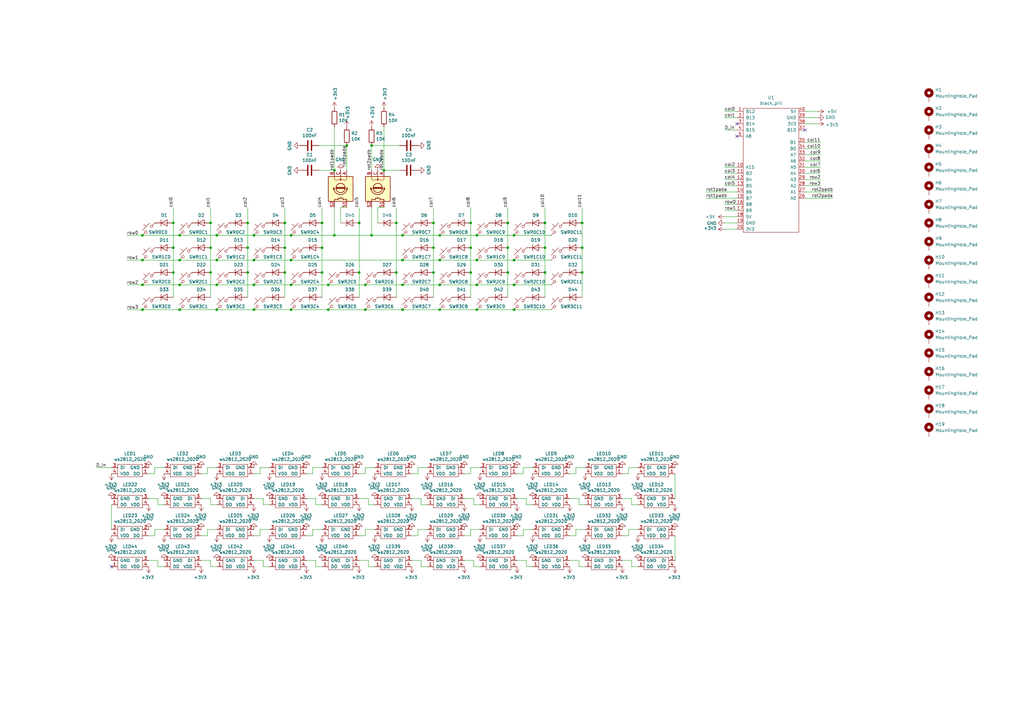
<source format=kicad_sch>
(kicad_sch (version 20211123) (generator eeschema)
  (paper "A3")
  (junction (at 180.34 96.52))
  (junction (at 58.42 127))
  (junction (at 101.6 111.76))
  (junction (at 86.36 91.44))
  (junction (at 58.42 106.68))
  (junction (at 119.38 127))
  (junction (at 71.12 91.44))
  (junction (at 119.38 116.84))
  (junction (at 104.14 106.68))
  (junction (at 73.66 127))
  (junction (at 132.08 111.76))
  (junction (at 195.58 116.84))
  (junction (at 165.1 127))
  (junction (at 193.04 111.76))
  (junction (at 180.34 116.84))
  (junction (at 162.56 111.76))
  (junction (at 177.8 111.76))
  (junction (at 137.16 69.85))
  (junction (at 104.14 96.52))
  (junction (at 157.48 69.85))
  (junction (at 165.1 96.52))
  (junction (at 101.6 101.6))
  (junction (at 193.04 91.44))
  (junction (at 116.84 91.44))
  (junction (at 238.76 111.76))
  (junction (at 177.8 101.6))
  (junction (at 210.82 96.52))
  (junction (at 180.34 127))
  (junction (at 58.42 116.84))
  (junction (at 142.24 59.69))
  (junction (at 193.04 101.6))
  (junction (at 104.14 116.84))
  (junction (at 149.86 127))
  (junction (at 119.38 106.68))
  (junction (at 134.62 127))
  (junction (at 73.66 96.52))
  (junction (at 86.36 111.76))
  (junction (at 119.38 96.52))
  (junction (at 180.34 106.68))
  (junction (at 210.82 116.84))
  (junction (at 210.82 106.68))
  (junction (at 165.1 106.68))
  (junction (at 238.76 91.44))
  (junction (at 152.4 59.69))
  (junction (at 208.28 111.76))
  (junction (at 147.32 111.76))
  (junction (at 152.4 96.52))
  (junction (at 116.84 111.76))
  (junction (at 223.52 101.6))
  (junction (at 149.86 116.84))
  (junction (at 210.82 127))
  (junction (at 73.66 106.68))
  (junction (at 162.56 91.44))
  (junction (at 238.76 101.6))
  (junction (at 88.9 127))
  (junction (at 86.36 101.6))
  (junction (at 88.9 96.52))
  (junction (at 165.1 116.84))
  (junction (at 137.16 96.52))
  (junction (at 116.84 101.6))
  (junction (at 88.9 116.84))
  (junction (at 208.28 101.6))
  (junction (at 71.12 101.6))
  (junction (at 101.6 91.44))
  (junction (at 223.52 91.44))
  (junction (at 147.32 91.44))
  (junction (at 195.58 106.68))
  (junction (at 71.12 111.76))
  (junction (at 88.9 106.68))
  (junction (at 223.52 111.76))
  (junction (at 177.8 91.44))
  (junction (at 58.42 96.52))
  (junction (at 104.14 127))
  (junction (at 73.66 116.84))
  (junction (at 195.58 127))
  (junction (at 195.58 96.52))
  (junction (at 208.28 91.44))
  (junction (at 132.08 91.44))
  (junction (at 132.08 101.6))
  (junction (at 134.62 116.84))
  (no_connect (at 45.72 232.41))
  (no_connect (at 330.2 53.34))
  (no_connect (at 302.26 50.8))
  (no_connect (at 302.26 55.88))
  (wire (pts (xy 101.6 121.92) (xy 101.6 111.76)))
  (wire (pts (xy 215.9 232.41) (xy 215.9 229.87)))
  (wire (pts (xy 193.04 111.76) (xy 193.04 101.6)))
  (wire (pts (xy 215.9 229.87) (xy 212.09 229.87)))
  (wire (pts (xy 157.48 69.85) (xy 163.83 69.85)))
  (wire (pts (xy 208.28 101.6) (xy 208.28 91.44)))
  (wire (pts (xy 125.73 194.31) (xy 128.27 194.31)))
  (wire (pts (xy 257.81 194.31) (xy 257.81 191.77)))
  (wire (pts (xy 101.6 101.6) (xy 101.6 91.44)))
  (wire (pts (xy 330.2 68.58) (xy 336.55 68.58)))
  (wire (pts (xy 104.14 96.52) (xy 88.9 96.52)))
  (wire (pts (xy 276.86 194.31) (xy 276.86 204.47)))
  (wire (pts (xy 208.28 91.44) (xy 208.28 85.09)))
  (wire (pts (xy 63.5 191.77) (xy 67.31 191.77)))
  (wire (pts (xy 106.68 191.77) (xy 110.49 191.77)))
  (wire (pts (xy 82.55 219.71) (xy 85.09 219.71)))
  (wire (pts (xy 195.58 116.84) (xy 180.34 116.84)))
  (wire (pts (xy 210.82 96.52) (xy 195.58 96.52)))
  (wire (pts (xy 71.12 121.92) (xy 71.12 111.76)))
  (wire (pts (xy 64.77 207.01) (xy 64.77 204.47)))
  (wire (pts (xy 233.68 194.31) (xy 236.22 194.31)))
  (wire (pts (xy 149.86 194.31) (xy 149.86 191.77)))
  (wire (pts (xy 172.72 207.01) (xy 172.72 204.47)))
  (wire (pts (xy 110.49 232.41) (xy 107.95 232.41)))
  (wire (pts (xy 82.55 194.31) (xy 85.09 194.31)))
  (wire (pts (xy 297.18 91.44) (xy 302.26 91.44)))
  (wire (pts (xy 168.91 194.31) (xy 171.45 194.31)))
  (wire (pts (xy 177.8 121.92) (xy 177.8 111.76)))
  (wire (pts (xy 180.34 96.52) (xy 165.1 96.52)))
  (wire (pts (xy 212.09 194.31) (xy 214.63 194.31)))
  (wire (pts (xy 255.27 194.31) (xy 257.81 194.31)))
  (wire (pts (xy 101.6 111.76) (xy 101.6 101.6)))
  (wire (pts (xy 240.03 207.01) (xy 237.49 207.01)))
  (wire (pts (xy 104.14 127) (xy 119.38 127)))
  (wire (pts (xy 58.42 96.52) (xy 52.07 96.52)))
  (wire (pts (xy 67.31 232.41) (xy 64.77 232.41)))
  (wire (pts (xy 180.34 116.84) (xy 165.1 116.84)))
  (wire (pts (xy 129.54 232.41) (xy 129.54 229.87)))
  (wire (pts (xy 297.18 88.9) (xy 302.26 88.9)))
  (wire (pts (xy 104.14 194.31) (xy 106.68 194.31)))
  (wire (pts (xy 218.44 207.01) (xy 215.9 207.01)))
  (wire (pts (xy 259.08 229.87) (xy 255.27 229.87)))
  (wire (pts (xy 190.5 194.31) (xy 193.04 194.31)))
  (wire (pts (xy 128.27 219.71) (xy 128.27 217.17)))
  (wire (pts (xy 257.81 217.17) (xy 261.62 217.17)))
  (wire (pts (xy 142.24 59.69) (xy 130.81 59.69)))
  (wire (pts (xy 154.94 91.44) (xy 154.94 85.09)))
  (wire (pts (xy 58.42 127) (xy 52.07 127)))
  (wire (pts (xy 151.13 229.87) (xy 147.32 229.87)))
  (wire (pts (xy 195.58 127) (xy 210.82 127)))
  (wire (pts (xy 240.03 232.41) (xy 237.49 232.41)))
  (wire (pts (xy 175.26 232.41) (xy 172.72 232.41)))
  (wire (pts (xy 151.13 207.01) (xy 151.13 204.47)))
  (wire (pts (xy 88.9 127) (xy 104.14 127)))
  (wire (pts (xy 129.54 207.01) (xy 129.54 204.47)))
  (wire (pts (xy 168.91 229.87) (xy 172.72 229.87)))
  (wire (pts (xy 63.5 217.17) (xy 67.31 217.17)))
  (wire (pts (xy 149.86 219.71) (xy 149.86 217.17)))
  (wire (pts (xy 45.72 191.77) (xy 39.37 191.77)))
  (wire (pts (xy 210.82 116.84) (xy 195.58 116.84)))
  (wire (pts (xy 128.27 217.17) (xy 132.08 217.17)))
  (wire (pts (xy 58.42 106.68) (xy 73.66 106.68)))
  (wire (pts (xy 60.96 194.31) (xy 63.5 194.31)))
  (wire (pts (xy 195.58 106.68) (xy 210.82 106.68)))
  (wire (pts (xy 330.2 58.42) (xy 336.55 58.42)))
  (wire (pts (xy 88.9 232.41) (xy 86.36 232.41)))
  (wire (pts (xy 73.66 127) (xy 88.9 127)))
  (wire (pts (xy 214.63 219.71) (xy 214.63 217.17)))
  (wire (pts (xy 165.1 116.84) (xy 149.86 116.84)))
  (wire (pts (xy 139.7 91.44) (xy 139.7 85.09)))
  (wire (pts (xy 88.9 116.84) (xy 73.66 116.84)))
  (wire (pts (xy 194.31 207.01) (xy 194.31 204.47)))
  (wire (pts (xy 194.31 232.41) (xy 194.31 229.87)))
  (wire (pts (xy 88.9 207.01) (xy 86.36 207.01)))
  (wire (pts (xy 297.18 83.82) (xy 302.26 83.82)))
  (wire (pts (xy 297.18 48.26) (xy 302.26 48.26)))
  (wire (pts (xy 129.54 229.87) (xy 125.73 229.87)))
  (wire (pts (xy 106.68 219.71) (xy 106.68 217.17)))
  (wire (pts (xy 149.86 191.77) (xy 153.67 191.77)))
  (wire (pts (xy 196.85 207.01) (xy 194.31 207.01)))
  (wire (pts (xy 116.84 91.44) (xy 116.84 85.09)))
  (wire (pts (xy 137.16 85.09) (xy 137.16 96.52)))
  (wire (pts (xy 212.09 219.71) (xy 214.63 219.71)))
  (wire (pts (xy 236.22 194.31) (xy 236.22 191.77)))
  (wire (pts (xy 85.09 217.17) (xy 88.9 217.17)))
  (wire (pts (xy 180.34 127) (xy 195.58 127)))
  (wire (pts (xy 302.26 81.28) (xy 289.56 81.28)))
  (wire (pts (xy 106.68 194.31) (xy 106.68 191.77)))
  (wire (pts (xy 172.72 204.47) (xy 168.91 204.47)))
  (wire (pts (xy 85.09 219.71) (xy 85.09 217.17)))
  (wire (pts (xy 238.76 101.6) (xy 238.76 91.44)))
  (wire (pts (xy 215.9 204.47) (xy 212.09 204.47)))
  (wire (pts (xy 86.36 101.6) (xy 86.36 91.44)))
  (wire (pts (xy 119.38 127) (xy 134.62 127)))
  (wire (pts (xy 259.08 232.41) (xy 259.08 229.87)))
  (wire (pts (xy 152.4 69.85) (xy 152.4 59.69)))
  (wire (pts (xy 137.16 69.85) (xy 130.81 69.85)))
  (wire (pts (xy 128.27 194.31) (xy 128.27 191.77)))
  (wire (pts (xy 237.49 204.47) (xy 233.68 204.47)))
  (wire (pts (xy 168.91 219.71) (xy 171.45 219.71)))
  (wire (pts (xy 125.73 219.71) (xy 128.27 219.71)))
  (wire (pts (xy 330.2 81.28) (xy 341.63 81.28)))
  (wire (pts (xy 107.95 204.47) (xy 104.14 204.47)))
  (wire (pts (xy 71.12 101.6) (xy 71.12 91.44)))
  (wire (pts (xy 330.2 60.96) (xy 336.55 60.96)))
  (wire (pts (xy 236.22 217.17) (xy 240.03 217.17)))
  (wire (pts (xy 147.32 219.71) (xy 149.86 219.71)))
  (wire (pts (xy 152.4 96.52) (xy 165.1 96.52)))
  (wire (pts (xy 177.8 111.76) (xy 177.8 101.6)))
  (wire (pts (xy 302.26 78.74) (xy 289.56 78.74)))
  (wire (pts (xy 58.42 116.84) (xy 52.07 116.84)))
  (wire (pts (xy 152.4 85.09) (xy 152.4 96.52)))
  (wire (pts (xy 330.2 63.5) (xy 336.55 63.5)))
  (wire (pts (xy 193.04 121.92) (xy 193.04 111.76)))
  (wire (pts (xy 162.56 91.44) (xy 162.56 111.76)))
  (wire (pts (xy 214.63 191.77) (xy 218.44 191.77)))
  (wire (pts (xy 58.42 106.68) (xy 52.07 106.68)))
  (wire (pts (xy 257.81 219.71) (xy 257.81 217.17)))
  (wire (pts (xy 237.49 232.41) (xy 237.49 229.87)))
  (wire (pts (xy 162.56 121.92) (xy 162.56 111.76)))
  (wire (pts (xy 236.22 191.77) (xy 240.03 191.77)))
  (wire (pts (xy 71.12 111.76) (xy 71.12 101.6)))
  (wire (pts (xy 119.38 96.52) (xy 104.14 96.52)))
  (wire (pts (xy 147.32 194.31) (xy 149.86 194.31)))
  (wire (pts (xy 297.18 86.36) (xy 302.26 86.36)))
  (wire (pts (xy 64.77 229.87) (xy 60.96 229.87)))
  (wire (pts (xy 208.28 111.76) (xy 208.28 101.6)))
  (wire (pts (xy 210.82 127) (xy 226.06 127)))
  (wire (pts (xy 223.52 121.92) (xy 223.52 111.76)))
  (wire (pts (xy 45.72 207.01) (xy 45.72 217.17)))
  (wire (pts (xy 132.08 121.92) (xy 132.08 111.76)))
  (wire (pts (xy 119.38 96.52) (xy 137.16 96.52)))
  (wire (pts (xy 208.28 121.92) (xy 208.28 111.76)))
  (wire (pts (xy 257.81 191.77) (xy 261.62 191.77)))
  (wire (pts (xy 73.66 116.84) (xy 58.42 116.84)))
  (wire (pts (xy 297.18 93.98) (xy 302.26 93.98)))
  (wire (pts (xy 297.18 68.58) (xy 302.26 68.58)))
  (wire (pts (xy 60.96 219.71) (xy 63.5 219.71)))
  (wire (pts (xy 134.62 127) (xy 149.86 127)))
  (wire (pts (xy 175.26 207.01) (xy 172.72 207.01)))
  (wire (pts (xy 64.77 232.41) (xy 64.77 229.87)))
  (wire (pts (xy 335.28 48.26) (xy 330.2 48.26)))
  (wire (pts (xy 261.62 207.01) (xy 259.08 207.01)))
  (wire (pts (xy 171.45 194.31) (xy 171.45 191.77)))
  (wire (pts (xy 86.36 207.01) (xy 86.36 204.47)))
  (wire (pts (xy 165.1 106.68) (xy 180.34 106.68)))
  (wire (pts (xy 104.14 106.68) (xy 119.38 106.68)))
  (wire (pts (xy 195.58 96.52) (xy 180.34 96.52)))
  (wire (pts (xy 107.95 207.01) (xy 107.95 204.47)))
  (wire (pts (xy 165.1 127) (xy 180.34 127)))
  (wire (pts (xy 330.2 66.04) (xy 336.55 66.04)))
  (wire (pts (xy 67.31 207.01) (xy 64.77 207.01)))
  (wire (pts (xy 261.62 232.41) (xy 259.08 232.41)))
  (wire (pts (xy 116.84 111.76) (xy 116.84 101.6)))
  (wire (pts (xy 237.49 207.01) (xy 237.49 204.47)))
  (wire (pts (xy 223.52 101.6) (xy 223.52 91.44)))
  (wire (pts (xy 259.08 204.47) (xy 255.27 204.47)))
  (wire (pts (xy 162.56 85.09) (xy 162.56 91.44)))
  (wire (pts (xy 335.28 50.8) (xy 330.2 50.8)))
  (wire (pts (xy 139.7 85.09) (xy 142.24 85.09)))
  (wire (pts (xy 297.18 71.12) (xy 302.26 71.12)))
  (wire (pts (xy 119.38 106.68) (xy 165.1 106.68)))
  (wire (pts (xy 132.08 232.41) (xy 129.54 232.41)))
  (wire (pts (xy 276.86 219.71) (xy 276.86 229.87)))
  (wire (pts (xy 236.22 219.71) (xy 236.22 217.17)))
  (wire (pts (xy 63.5 219.71) (xy 63.5 217.17)))
  (wire (pts (xy 297.18 45.72) (xy 302.26 45.72)))
  (wire (pts (xy 149.86 217.17) (xy 153.67 217.17)))
  (wire (pts (xy 238.76 111.76) (xy 238.76 101.6)))
  (wire (pts (xy 193.04 217.17) (xy 196.85 217.17)))
  (wire (pts (xy 149.86 127) (xy 165.1 127)))
  (wire (pts (xy 193.04 91.44) (xy 193.04 85.09)))
  (wire (pts (xy 330.2 78.74) (xy 341.63 78.74)))
  (wire (pts (xy 193.04 194.31) (xy 193.04 191.77)))
  (wire (pts (xy 142.24 69.85) (xy 142.24 59.69)))
  (wire (pts (xy 88.9 106.68) (xy 104.14 106.68)))
  (wire (pts (xy 223.52 91.44) (xy 223.52 85.09)))
  (wire (pts (xy 194.31 229.87) (xy 190.5 229.87)))
  (wire (pts (xy 110.49 207.01) (xy 107.95 207.01)))
  (wire (pts (xy 149.86 116.84) (xy 134.62 116.84)))
  (wire (pts (xy 171.45 191.77) (xy 175.26 191.77)))
  (wire (pts (xy 223.52 111.76) (xy 223.52 101.6)))
  (wire (pts (xy 71.12 91.44) (xy 71.12 85.09)))
  (wire (pts (xy 107.95 229.87) (xy 104.14 229.87)))
  (wire (pts (xy 237.49 229.87) (xy 233.68 229.87)))
  (wire (pts (xy 214.63 217.17) (xy 218.44 217.17)))
  (wire (pts (xy 238.76 91.44) (xy 238.76 85.09)))
  (wire (pts (xy 171.45 217.17) (xy 175.26 217.17)))
  (wire (pts (xy 119.38 116.84) (xy 104.14 116.84)))
  (wire (pts (xy 153.67 232.41) (xy 151.13 232.41)))
  (wire (pts (xy 330.2 73.66) (xy 336.55 73.66)))
  (wire (pts (xy 233.68 219.71) (xy 236.22 219.71)))
  (wire (pts (xy 86.36 204.47) (xy 82.55 204.47)))
  (wire (pts (xy 132.08 101.6) (xy 132.08 91.44)))
  (wire (pts (xy 297.18 73.66) (xy 302.26 73.66)))
  (wire (pts (xy 190.5 219.71) (xy 193.04 219.71)))
  (wire (pts (xy 134.62 116.84) (xy 119.38 116.84)))
  (wire (pts (xy 86.36 229.87) (xy 82.55 229.87)))
  (wire (pts (xy 193.04 219.71) (xy 193.04 217.17)))
  (wire (pts (xy 86.36 121.92) (xy 86.36 111.76)))
  (wire (pts (xy 85.09 191.77) (xy 88.9 191.77)))
  (wire (pts (xy 116.84 101.6) (xy 116.84 91.44)))
  (wire (pts (xy 73.66 96.52) (xy 58.42 96.52)))
  (wire (pts (xy 101.6 91.44) (xy 101.6 85.09)))
  (wire (pts (xy 196.85 232.41) (xy 194.31 232.41)))
  (wire (pts (xy 172.72 232.41) (xy 172.72 229.87)))
  (wire (pts (xy 104.14 219.71) (xy 106.68 219.71)))
  (wire (pts (xy 154.94 85.09) (xy 157.48 85.09)))
  (wire (pts (xy 73.66 106.68) (xy 88.9 106.68)))
  (wire (pts (xy 58.42 127) (xy 73.66 127)))
  (wire (pts (xy 104.14 116.84) (xy 88.9 116.84)))
  (wire (pts (xy 137.16 96.52) (xy 152.4 96.52)))
  (wire (pts (xy 116.84 121.92) (xy 116.84 111.76)))
  (wire (pts (xy 147.32 91.44) (xy 147.32 111.76)))
  (wire (pts (xy 107.95 232.41) (xy 107.95 229.87)))
  (wire (pts (xy 177.8 101.6) (xy 177.8 91.44)))
  (wire (pts (xy 151.13 204.47) (xy 147.32 204.47)))
  (wire (pts (xy 86.36 232.41) (xy 86.36 229.87)))
  (wire (pts (xy 297.18 76.2) (xy 302.26 76.2)))
  (wire (pts (xy 132.08 91.44) (xy 132.08 85.09)))
  (wire (pts (xy 255.27 219.71) (xy 257.81 219.71)))
  (wire (pts (xy 86.36 91.44) (xy 86.36 85.09)))
  (wire (pts (xy 226.06 96.52) (xy 210.82 96.52)))
  (wire (pts (xy 330.2 71.12) (xy 336.55 71.12)))
  (wire (pts (xy 218.44 232.41) (xy 215.9 232.41)))
  (wire (pts (xy 171.45 219.71) (xy 171.45 217.17)))
  (wire (pts (xy 128.27 191.77) (xy 132.08 191.77)))
  (wire (pts (xy 302.26 53.34) (xy 297.18 53.34)))
  (wire (pts (xy 215.9 207.01) (xy 215.9 204.47)))
  (wire (pts (xy 151.13 232.41) (xy 151.13 229.87)))
  (wire (pts (xy 177.8 91.44) (xy 177.8 85.09)))
  (wire (pts (xy 193.04 191.77) (xy 196.85 191.77)))
  (wire (pts (xy 147.32 121.92) (xy 147.32 111.76)))
  (wire (pts (xy 86.36 111.76) (xy 86.36 101.6)))
  (wire (pts (xy 129.54 204.47) (xy 125.73 204.47)))
  (wire (pts (xy 259.08 207.01) (xy 259.08 204.47)))
  (wire (pts (xy 157.48 69.85) (xy 157.48 52.07)))
  (wire (pts (xy 137.16 69.85) (xy 137.16 52.07)))
  (wire (pts (xy 193.04 101.6) (xy 193.04 91.44)))
  (wire (pts (xy 132.08 111.76) (xy 132.08 101.6)))
  (wire (pts (xy 226.06 116.84) (xy 210.82 116.84)))
  (wire (pts (xy 194.31 204.47) (xy 190.5 204.47)))
  (wire (pts (xy 85.09 194.31) (xy 85.09 191.77)))
  (wire (pts (xy 214.63 194.31) (xy 214.63 191.77)))
  (wire (pts (xy 147.32 85.09) (xy 147.32 91.44)))
  (wire (pts (xy 88.9 96.52) (xy 73.66 96.52)))
  (wire (pts (xy 238.76 121.92) (xy 238.76 111.76)))
  (wire (pts (xy 180.34 106.68) (xy 195.58 106.68)))
  (wire (pts (xy 330.2 76.2) (xy 336.55 76.2)))
  (wire (pts (xy 153.67 207.01) (xy 151.13 207.01)))
  (wire (pts (xy 63.5 194.31) (xy 63.5 191.77)))
  (wire (pts (xy 64.77 204.47) (xy 60.96 204.47)))
  (wire (pts (xy 330.2 45.72) (xy 335.28 45.72)))
  (wire (pts (xy 210.82 106.68) (xy 226.06 106.68)))
  (wire (pts (xy 132.08 207.01) (xy 129.54 207.01)))
  (wire (pts (xy 163.83 59.69) (xy 152.4 59.69)))
  (wire (pts (xy 106.68 217.17) (xy 110.49 217.17)))
  (label "row3" (at 336.55 76.2 180))
  (label "col7" (at 336.55 68.58 180))
  (label "rot2padb" (at 341.63 78.74 180))
  (label "rot2pada" (at 157.48 69.85 90))
  (label "row0" (at 297.18 83.82 0))
  (label "rot1pada" (at 289.56 78.74 0))
  (label "col0" (at 71.12 85.09 90))
  (label "col8" (at 336.55 66.04 180))
  (label "row2" (at 336.55 73.66 180))
  (label "col6" (at 162.56 85.09 90))
  (label "col1" (at 86.36 85.09 90))
  (label "col10" (at 336.55 60.96 180))
  (label "row2" (at 52.07 116.84 0))
  (label "rot1padb" (at 289.56 81.28 0))
  (label "col10" (at 223.52 85.09 90))
  (label "row3" (at 52.07 127 0))
  (label "col11" (at 238.76 85.09 90))
  (label "col0" (at 297.18 45.72 0))
  (label "D_In" (at 297.18 53.34 0))
  (label "col3" (at 297.18 71.12 0))
  (label "col8" (at 193.04 85.09 90))
  (label "col2" (at 101.6 85.09 90))
  (label "col2" (at 297.18 68.58 0))
  (label "col6" (at 336.55 71.12 180))
  (label "rot2padb" (at 152.4 69.85 90))
  (label "D_In" (at 39.37 191.77 0))
  (label "col3" (at 116.84 85.09 90))
  (label "row1" (at 297.18 86.36 0))
  (label "col4" (at 297.18 73.66 0))
  (label "rot2pada" (at 341.63 81.28 180))
  (label "col11" (at 336.55 58.42 180))
  (label "rot1padb" (at 137.16 69.85 90))
  (label "row0" (at 52.07 96.52 0))
  (label "row1" (at 52.07 106.68 0))
  (label "col5" (at 147.32 85.09 90))
  (label "col7" (at 177.8 85.09 90))
  (label "col1" (at 297.18 48.26 0))
  (label "col4" (at 132.08 85.09 90))
  (label "col9" (at 336.55 63.5 180))
  (label "col9" (at 208.28 85.09 90))
  (label "col5" (at 297.18 76.2 0))
  (label "rot1pada" (at 142.24 59.69 270))
  (symbol (lib_id "keyboardio_blackpill-rescue:Rotary_Encoder_Switch-Device") (at 154.94 77.47 270) (unit 1)
    (property "Reference" "SW1" (effects hide))
    (property "Value" "Rotary_Encoder_Switch" (effects hide))
    (property "Footprint" "Rotary_Encoder:RotaryEncoder_Alps_EC12E-Switch_Vertical_H20mm_CircularMountingHoles" (effects hide))
  )
  (symbol (lib_name "Rotary_Encoder_Switch-Device_1") (lib_id "keyboardio_blackpill-rescue:Rotary_Encoder_Switch-Device") (at 139.7 77.47 270) (unit 1)
    (property "Reference" "SW2" (effects hide))
    (property "Value" "Rotary_Encoder_Switch" (effects hide))
    (property "Footprint" "Rotary_Encoder:RotaryEncoder_Alps_EC12E-Switch_Vertical_H20mm_CircularMountingHoles" (effects hide))
  )
  (symbol (lib_id "keyboardio_blackpill-rescue:1N4148-Diode") (at 67.31 91.44 0) (unit 1)
    (property "Reference" "D1" (at 67.31 88.2904 0))
    (property "Value" "1N4148" (effects hide))
    (property "Footprint" "Diode_SMD:D_1206_3216Metric_Pad1.42x1.75mm_HandSolder" (effects hide))
    (property "Datasheet" "http://www.nxp.com/documents/data_sheet/1N4148_1N4448.pdf" (effects hide))
  )
  (symbol (lib_id "keyboardio_blackpill-rescue:SW_Push_45deg-Switch") (at 60.96 93.98 90) (unit 1)
    (property "Reference" "SWR0C0" (at 60.96 95.25 90) (effects (justify right)))
    (property "Value" "SW_Push_45deg" (effects hide))
    (property "Footprint" "lib_fp:cherryMX" (effects hide))
  )
  (symbol (lib_id "keyboardio_blackpill-rescue:SW_Push_45deg-Switch") (at 76.2 93.98 90) (unit 1)
    (property "Reference" "SWR0C1" (at 77.47 95.25 90) (effects (justify right)))
    (property "Value" "SW_Push_45deg" (effects hide))
    (property "Footprint" "lib_fp:cherryMX" (effects hide))
  )
  (symbol (lib_id "keyboardio_blackpill-rescue:1N4148-Diode") (at 82.55 91.44 0) (unit 1)
    (property "Reference" "D2" (at 82.55 88.2904 0))
    (property "Value" "1N4148" (effects hide))
    (property "Footprint" "Diode_SMD:D_1206_3216Metric_Pad1.42x1.75mm_HandSolder" (effects hide))
    (property "Datasheet" "http://www.nxp.com/documents/data_sheet/1N4148_1N4448.pdf" (effects hide))
  )
  (symbol (lib_id "keyboardio_blackpill-rescue:1N4148-Diode") (at 97.79 91.44 0) (unit 1)
    (property "Reference" "D3" (at 97.79 88.2904 0))
    (property "Value" "1N4148" (effects hide))
    (property "Footprint" "Diode_SMD:D_1206_3216Metric_Pad1.42x1.75mm_HandSolder" (effects hide))
    (property "Datasheet" "http://www.nxp.com/documents/data_sheet/1N4148_1N4448.pdf" (effects hide))
  )
  (symbol (lib_id "keyboardio_blackpill-rescue:SW_Push_45deg-Switch") (at 91.44 93.98 90) (unit 1)
    (property "Reference" "SWR0C2" (at 92.71 95.25 90) (effects (justify right)))
    (property "Value" "SW_Push_45deg" (effects hide))
    (property "Footprint" "lib_fp:cherryMX" (effects hide))
  )
  (symbol (lib_id "keyboardio_blackpill-rescue:SW_Push_45deg-Switch") (at 106.68 93.98 90) (unit 1)
    (property "Reference" "SWR0C3" (at 107.95 95.25 90) (effects (justify right)))
    (property "Value" "SW_Push_45deg" (effects hide))
    (property "Footprint" "lib_fp:cherryMX" (effects hide))
  )
  (symbol (lib_id "keyboardio_blackpill-rescue:1N4148-Diode") (at 113.03 91.44 0) (unit 1)
    (property "Reference" "D4" (at 113.03 88.2904 0))
    (property "Value" "1N4148" (effects hide))
    (property "Footprint" "Diode_SMD:D_1206_3216Metric_Pad1.42x1.75mm_HandSolder" (effects hide))
    (property "Datasheet" "http://www.nxp.com/documents/data_sheet/1N4148_1N4448.pdf" (effects hide))
  )
  (symbol (lib_id "keyboardio_blackpill-rescue:1N4148-Diode") (at 128.27 91.44 0) (unit 1)
    (property "Reference" "D5" (at 128.27 88.2904 0))
    (property "Value" "1N4148" (effects hide))
    (property "Footprint" "Diode_SMD:D_1206_3216Metric_Pad1.42x1.75mm_HandSolder" (effects hide))
    (property "Datasheet" "http://www.nxp.com/documents/data_sheet/1N4148_1N4448.pdf" (effects hide))
  )
  (symbol (lib_id "keyboardio_blackpill-rescue:SW_Push_45deg-Switch") (at 121.92 93.98 90) (unit 1)
    (property "Reference" "SWR0C4" (at 123.19 95.25 90) (effects (justify right)))
    (property "Value" "SW_Push_45deg" (effects hide))
    (property "Footprint" "lib_fp:cherryMX" (effects hide))
  )
  (symbol (lib_id "keyboardio_blackpill-rescue:SW_Push_45deg-Switch") (at 167.64 93.98 90) (unit 1)
    (property "Reference" "SWR0C7" (at 168.91 95.25 90) (effects (justify right)))
    (property "Value" "SW_Push_45deg" (effects hide))
    (property "Footprint" "lib_fp:cherryMX" (effects hide))
  )
  (symbol (lib_id "keyboardio_blackpill-rescue:1N4148-Diode") (at 173.99 91.44 0) (unit 1)
    (property "Reference" "D6" (at 173.99 88.2904 0))
    (property "Value" "1N4148" (effects hide))
    (property "Footprint" "Diode_SMD:D_1206_3216Metric_Pad1.42x1.75mm_HandSolder" (effects hide))
    (property "Datasheet" "http://www.nxp.com/documents/data_sheet/1N4148_1N4448.pdf" (effects hide))
  )
  (symbol (lib_id "keyboardio_blackpill-rescue:1N4148-Diode") (at 189.23 91.44 0) (unit 1)
    (property "Reference" "D7" (at 189.23 88.2904 0))
    (property "Value" "1N4148" (effects hide))
    (property "Footprint" "Diode_SMD:D_1206_3216Metric_Pad1.42x1.75mm_HandSolder" (effects hide))
    (property "Datasheet" "http://www.nxp.com/documents/data_sheet/1N4148_1N4448.pdf" (effects hide))
  )
  (symbol (lib_id "keyboardio_blackpill-rescue:SW_Push_45deg-Switch") (at 182.88 93.98 90) (unit 1)
    (property "Reference" "SWR0C8" (at 184.15 95.25 90) (effects (justify right)))
    (property "Value" "SW_Push_45deg" (effects hide))
    (property "Footprint" "lib_fp:cherryMX" (effects hide))
  )
  (symbol (lib_id "keyboardio_blackpill-rescue:SW_Push_45deg-Switch") (at 198.12 93.98 90) (unit 1)
    (property "Reference" "SWR0C9" (at 199.39 95.25 90) (effects (justify right)))
    (property "Value" "SW_Push_45deg" (effects hide))
    (property "Footprint" "lib_fp:cherryMX" (effects hide))
  )
  (symbol (lib_id "keyboardio_blackpill-rescue:1N4148-Diode") (at 204.47 91.44 0) (unit 1)
    (property "Reference" "D8" (at 204.47 88.2904 0))
    (property "Value" "1N4148" (effects hide))
    (property "Footprint" "Diode_SMD:D_1206_3216Metric_Pad1.42x1.75mm_HandSolder" (effects hide))
    (property "Datasheet" "http://www.nxp.com/documents/data_sheet/1N4148_1N4448.pdf" (effects hide))
  )
  (symbol (lib_id "keyboardio_blackpill-rescue:1N4148-Diode") (at 219.71 91.44 0) (unit 1)
    (property "Reference" "D9" (at 219.71 88.2904 0))
    (property "Value" "1N4148" (effects hide))
    (property "Footprint" "Diode_SMD:D_1206_3216Metric_Pad1.42x1.75mm_HandSolder" (effects hide))
    (property "Datasheet" "http://www.nxp.com/documents/data_sheet/1N4148_1N4448.pdf" (effects hide))
  )
  (symbol (lib_id "keyboardio_blackpill-rescue:SW_Push_45deg-Switch") (at 213.36 93.98 90) (unit 1)
    (property "Reference" "SWR0C10" (at 214.63 95.25 90) (effects (justify right)))
    (property "Value" "SW_Push_45deg" (effects hide))
    (property "Footprint" "lib_fp:cherryMX" (effects hide))
  )
  (symbol (lib_id "keyboardio_blackpill-rescue:SW_Push_45deg-Switch") (at 228.6 93.98 90) (unit 1)
    (property "Reference" "SWR0C11" (at 229.87 95.25 90) (effects (justify right)))
    (property "Value" "SW_Push_45deg" (effects hide))
    (property "Footprint" "lib_fp:cherryMX" (effects hide))
  )
  (symbol (lib_id "keyboardio_blackpill-rescue:1N4148-Diode") (at 234.95 91.44 0) (unit 1)
    (property "Reference" "D10" (at 234.95 88.2904 0))
    (property "Value" "1N4148" (effects hide))
    (property "Footprint" "Diode_SMD:D_1206_3216Metric_Pad1.42x1.75mm_HandSolder" (effects hide))
    (property "Datasheet" "http://www.nxp.com/documents/data_sheet/1N4148_1N4448.pdf" (effects hide))
  )
  (symbol (lib_id "keyboardio_blackpill-rescue:1N4148-Diode") (at 67.31 101.6 0) (unit 1)
    (property "Reference" "D11" (at 67.31 98.4504 0))
    (property "Value" "1N4148" (effects hide))
    (property "Footprint" "Diode_SMD:D_1206_3216Metric_Pad1.42x1.75mm_HandSolder" (effects hide))
    (property "Datasheet" "http://www.nxp.com/documents/data_sheet/1N4148_1N4448.pdf" (effects hide))
  )
  (symbol (lib_id "keyboardio_blackpill-rescue:SW_Push_45deg-Switch") (at 60.96 104.14 90) (unit 1)
    (property "Reference" "SWR1C0" (at 62.23 105.41 90) (effects (justify right)))
    (property "Value" "SW_Push_45deg" (effects hide))
    (property "Footprint" "lib_fp:cherryMX" (effects hide))
  )
  (symbol (lib_id "keyboardio_blackpill-rescue:SW_Push_45deg-Switch") (at 76.2 104.14 90) (unit 1)
    (property "Reference" "SWR1C1" (at 77.47 105.41 90) (effects (justify right)))
    (property "Value" "SW_Push_45deg" (effects hide))
    (property "Footprint" "lib_fp:cherryMX" (effects hide))
  )
  (symbol (lib_id "keyboardio_blackpill-rescue:1N4148-Diode") (at 82.55 101.6 0) (unit 1)
    (property "Reference" "D12" (at 82.55 98.4504 0))
    (property "Value" "1N4148" (effects hide))
    (property "Footprint" "Diode_SMD:D_1206_3216Metric_Pad1.42x1.75mm_HandSolder" (effects hide))
    (property "Datasheet" "http://www.nxp.com/documents/data_sheet/1N4148_1N4448.pdf" (effects hide))
  )
  (symbol (lib_id "keyboardio_blackpill-rescue:1N4148-Diode") (at 97.79 101.6 0) (unit 1)
    (property "Reference" "D13" (at 97.79 98.4504 0))
    (property "Value" "1N4148" (effects hide))
    (property "Footprint" "Diode_SMD:D_1206_3216Metric_Pad1.42x1.75mm_HandSolder" (effects hide))
    (property "Datasheet" "http://www.nxp.com/documents/data_sheet/1N4148_1N4448.pdf" (effects hide))
  )
  (symbol (lib_id "keyboardio_blackpill-rescue:SW_Push_45deg-Switch") (at 91.44 104.14 90) (unit 1)
    (property "Reference" "SWR1C2" (at 92.71 105.41 90) (effects (justify right)))
    (property "Value" "SW_Push_45deg" (effects hide))
    (property "Footprint" "lib_fp:cherryMX" (effects hide))
  )
  (symbol (lib_id "keyboardio_blackpill-rescue:SW_Push_45deg-Switch") (at 106.68 104.14 90) (unit 1)
    (property "Reference" "SWR1C3" (at 107.95 105.41 90) (effects (justify right)))
    (property "Value" "SW_Push_45deg" (effects hide))
    (property "Footprint" "lib_fp:cherryMX" (effects hide))
  )
  (symbol (lib_id "keyboardio_blackpill-rescue:1N4148-Diode") (at 113.03 101.6 0) (unit 1)
    (property "Reference" "D14" (at 113.03 98.4504 0))
    (property "Value" "1N4148" (effects hide))
    (property "Footprint" "Diode_SMD:D_1206_3216Metric_Pad1.42x1.75mm_HandSolder" (effects hide))
    (property "Datasheet" "http://www.nxp.com/documents/data_sheet/1N4148_1N4448.pdf" (effects hide))
  )
  (symbol (lib_id "keyboardio_blackpill-rescue:1N4148-Diode") (at 128.27 101.6 0) (unit 1)
    (property "Reference" "D15" (at 128.27 98.4504 0))
    (property "Value" "1N4148" (effects hide))
    (property "Footprint" "Diode_SMD:D_1206_3216Metric_Pad1.42x1.75mm_HandSolder" (effects hide))
    (property "Datasheet" "http://www.nxp.com/documents/data_sheet/1N4148_1N4448.pdf" (effects hide))
  )
  (symbol (lib_id "keyboardio_blackpill-rescue:SW_Push_45deg-Switch") (at 121.92 104.14 90) (unit 1)
    (property "Reference" "SWR1C4" (at 123.19 105.41 90) (effects (justify right)))
    (property "Value" "SW_Push_45deg" (effects hide))
    (property "Footprint" "lib_fp:cherryMX" (effects hide))
  )
  (symbol (lib_id "keyboardio_blackpill-rescue:SW_Push_45deg-Switch") (at 167.64 104.14 90) (unit 1)
    (property "Reference" "SWR1C7" (at 168.91 105.41 90) (effects (justify right)))
    (property "Value" "SW_Push_45deg" (effects hide))
    (property "Footprint" "lib_fp:cherryMX" (effects hide))
  )
  (symbol (lib_id "keyboardio_blackpill-rescue:1N4148-Diode") (at 173.99 101.6 0) (unit 1)
    (property "Reference" "D16" (at 173.99 98.4504 0))
    (property "Value" "1N4148" (effects hide))
    (property "Footprint" "Diode_SMD:D_1206_3216Metric_Pad1.42x1.75mm_HandSolder" (effects hide))
    (property "Datasheet" "http://www.nxp.com/documents/data_sheet/1N4148_1N4448.pdf" (effects hide))
  )
  (symbol (lib_id "keyboardio_blackpill-rescue:1N4148-Diode") (at 189.23 101.6 0) (unit 1)
    (property "Reference" "D17" (at 189.23 98.4504 0))
    (property "Value" "1N4148" (effects hide))
    (property "Footprint" "Diode_SMD:D_1206_3216Metric_Pad1.42x1.75mm_HandSolder" (effects hide))
    (property "Datasheet" "http://www.nxp.com/documents/data_sheet/1N4148_1N4448.pdf" (effects hide))
  )
  (symbol (lib_id "keyboardio_blackpill-rescue:SW_Push_45deg-Switch") (at 182.88 104.14 90) (unit 1)
    (property "Reference" "SWR1C8" (at 184.15 105.41 90) (effects (justify right)))
    (property "Value" "SW_Push_45deg" (effects hide))
    (property "Footprint" "lib_fp:cherryMX" (effects hide))
  )
  (symbol (lib_id "keyboardio_blackpill-rescue:SW_Push_45deg-Switch") (at 198.12 104.14 90) (unit 1)
    (property "Reference" "SWR1C9" (at 199.39 105.41 90) (effects (justify right)))
    (property "Value" "SW_Push_45deg" (effects hide))
    (property "Footprint" "lib_fp:cherryMX" (effects hide))
  )
  (symbol (lib_id "keyboardio_blackpill-rescue:1N4148-Diode") (at 204.47 101.6 0) (unit 1)
    (property "Reference" "D18" (at 204.47 98.4504 0))
    (property "Value" "1N4148" (effects hide))
    (property "Footprint" "Diode_SMD:D_1206_3216Metric_Pad1.42x1.75mm_HandSolder" (effects hide))
    (property "Datasheet" "http://www.nxp.com/documents/data_sheet/1N4148_1N4448.pdf" (effects hide))
  )
  (symbol (lib_id "keyboardio_blackpill-rescue:1N4148-Diode") (at 219.71 101.6 0) (unit 1)
    (property "Reference" "D19" (at 219.71 98.4504 0))
    (property "Value" "1N4148" (effects hide))
    (property "Footprint" "Diode_SMD:D_1206_3216Metric_Pad1.42x1.75mm_HandSolder" (effects hide))
    (property "Datasheet" "http://www.nxp.com/documents/data_sheet/1N4148_1N4448.pdf" (effects hide))
  )
  (symbol (lib_id "keyboardio_blackpill-rescue:SW_Push_45deg-Switch") (at 213.36 104.14 90) (unit 1)
    (property "Reference" "SWR1C10" (at 214.63 105.41 90) (effects (justify right)))
    (property "Value" "SW_Push_45deg" (effects hide))
    (property "Footprint" "lib_fp:cherryMX" (effects hide))
  )
  (symbol (lib_id "keyboardio_blackpill-rescue:SW_Push_45deg-Switch") (at 228.6 104.14 90) (unit 1)
    (property "Reference" "SWR1C11" (at 229.87 105.41 90) (effects (justify right)))
    (property "Value" "SW_Push_45deg" (effects hide))
    (property "Footprint" "lib_fp:cherryMX" (effects hide))
  )
  (symbol (lib_id "keyboardio_blackpill-rescue:1N4148-Diode") (at 234.95 101.6 0) (unit 1)
    (property "Reference" "D20" (at 234.95 98.4504 0))
    (property "Value" "1N4148" (effects hide))
    (property "Footprint" "Diode_SMD:D_1206_3216Metric_Pad1.42x1.75mm_HandSolder" (effects hide))
    (property "Datasheet" "http://www.nxp.com/documents/data_sheet/1N4148_1N4448.pdf" (effects hide))
  )
  (symbol (lib_id "keyboardio_blackpill-rescue:1N4148-Diode") (at 67.31 111.76 0) (unit 1)
    (property "Reference" "D21" (at 67.31 108.6104 0))
    (property "Value" "1N4148" (effects hide))
    (property "Footprint" "Diode_SMD:D_1206_3216Metric_Pad1.42x1.75mm_HandSolder" (effects hide))
    (property "Datasheet" "http://www.nxp.com/documents/data_sheet/1N4148_1N4448.pdf" (effects hide))
  )
  (symbol (lib_id "keyboardio_blackpill-rescue:SW_Push_45deg-Switch") (at 60.96 114.3 90) (unit 1)
    (property "Reference" "SWR2C0" (at 62.23 115.57 90) (effects (justify right)))
    (property "Value" "SW_Push_45deg" (effects hide))
    (property "Footprint" "lib_fp:cherryMX" (effects hide))
  )
  (symbol (lib_id "keyboardio_blackpill-rescue:SW_Push_45deg-Switch") (at 76.2 114.3 90) (unit 1)
    (property "Reference" "SWR2C1" (at 77.47 115.57 90) (effects (justify right)))
    (property "Value" "SW_Push_45deg" (effects hide))
    (property "Footprint" "lib_fp:cherryMX" (effects hide))
  )
  (symbol (lib_id "keyboardio_blackpill-rescue:1N4148-Diode") (at 82.55 111.76 0) (unit 1)
    (property "Reference" "D22" (at 82.55 108.6104 0))
    (property "Value" "1N4148" (effects hide))
    (property "Footprint" "Diode_SMD:D_1206_3216Metric_Pad1.42x1.75mm_HandSolder" (effects hide))
    (property "Datasheet" "http://www.nxp.com/documents/data_sheet/1N4148_1N4448.pdf" (effects hide))
  )
  (symbol (lib_id "keyboardio_blackpill-rescue:1N4148-Diode") (at 97.79 111.76 0) (unit 1)
    (property "Reference" "D23" (at 97.79 108.6104 0))
    (property "Value" "1N4148" (effects hide))
    (property "Footprint" "Diode_SMD:D_1206_3216Metric_Pad1.42x1.75mm_HandSolder" (effects hide))
    (property "Datasheet" "http://www.nxp.com/documents/data_sheet/1N4148_1N4448.pdf" (effects hide))
  )
  (symbol (lib_id "keyboardio_blackpill-rescue:SW_Push_45deg-Switch") (at 91.44 114.3 90) (unit 1)
    (property "Reference" "SWR2C2" (at 92.71 115.57 90) (effects (justify right)))
    (property "Value" "SW_Push_45deg" (effects hide))
    (property "Footprint" "lib_fp:cherryMX" (effects hide))
  )
  (symbol (lib_id "keyboardio_blackpill-rescue:SW_Push_45deg-Switch") (at 106.68 114.3 90) (unit 1)
    (property "Reference" "SWR2C3" (at 107.95 115.57 90) (effects (justify right)))
    (property "Value" "SW_Push_45deg" (effects hide))
    (property "Footprint" "lib_fp:cherryMX" (effects hide))
  )
  (symbol (lib_id "keyboardio_blackpill-rescue:1N4148-Diode") (at 113.03 111.76 0) (unit 1)
    (property "Reference" "D24" (at 113.03 108.6104 0))
    (property "Value" "1N4148" (effects hide))
    (property "Footprint" "Diode_SMD:D_1206_3216Metric_Pad1.42x1.75mm_HandSolder" (effects hide))
    (property "Datasheet" "http://www.nxp.com/documents/data_sheet/1N4148_1N4448.pdf" (effects hide))
  )
  (symbol (lib_id "keyboardio_blackpill-rescue:1N4148-Diode") (at 128.27 111.76 0) (unit 1)
    (property "Reference" "D25" (at 128.27 108.6104 0))
    (property "Value" "1N4148" (effects hide))
    (property "Footprint" "Diode_SMD:D_1206_3216Metric_Pad1.42x1.75mm_HandSolder" (effects hide))
    (property "Datasheet" "http://www.nxp.com/documents/data_sheet/1N4148_1N4448.pdf" (effects hide))
  )
  (symbol (lib_id "keyboardio_blackpill-rescue:SW_Push_45deg-Switch") (at 121.92 114.3 90) (unit 1)
    (property "Reference" "SWR2C4" (at 123.19 115.57 90) (effects (justify right)))
    (property "Value" "SW_Push_45deg" (effects hide))
    (property "Footprint" "lib_fp:cherryMX" (effects hide))
  )
  (symbol (lib_id "keyboardio_blackpill-rescue:SW_Push_45deg-Switch") (at 137.16 114.3 90) (unit 1)
    (property "Reference" "SWR2C5" (at 138.43 115.57 90) (effects (justify right)))
    (property "Value" "SW_Push_45deg" (effects hide))
    (property "Footprint" "lib_fp:cherryMX" (effects hide))
  )
  (symbol (lib_id "keyboardio_blackpill-rescue:1N4148-Diode") (at 143.51 111.76 0) (unit 1)
    (property "Reference" "D26" (at 143.51 108.6104 0))
    (property "Value" "1N4148" (effects hide))
    (property "Footprint" "Diode_SMD:D_1206_3216Metric_Pad1.42x1.75mm_HandSolder" (effects hide))
    (property "Datasheet" "http://www.nxp.com/documents/data_sheet/1N4148_1N4448.pdf" (effects hide))
  )
  (symbol (lib_id "keyboardio_blackpill-rescue:1N4148-Diode") (at 158.75 111.76 0) (unit 1)
    (property "Reference" "D27" (at 158.75 108.6104 0))
    (property "Value" "1N4148" (effects hide))
    (property "Footprint" "Diode_SMD:D_1206_3216Metric_Pad1.42x1.75mm_HandSolder" (effects hide))
    (property "Datasheet" "http://www.nxp.com/documents/data_sheet/1N4148_1N4448.pdf" (effects hide))
  )
  (symbol (lib_id "keyboardio_blackpill-rescue:SW_Push_45deg-Switch") (at 152.4 114.3 90) (unit 1)
    (property "Reference" "SWR2C6" (at 153.67 115.57 90) (effects (justify right)))
    (property "Value" "SW_Push_45deg" (effects hide))
    (property "Footprint" "lib_fp:cherryMX" (effects hide))
  )
  (symbol (lib_id "keyboardio_blackpill-rescue:SW_Push_45deg-Switch") (at 167.64 114.3 90) (unit 1)
    (property "Reference" "SWR2C7" (at 168.91 115.57 90) (effects (justify right)))
    (property "Value" "SW_Push_45deg" (effects hide))
    (property "Footprint" "lib_fp:cherryMX" (effects hide))
  )
  (symbol (lib_id "keyboardio_blackpill-rescue:1N4148-Diode") (at 173.99 111.76 0) (unit 1)
    (property "Reference" "D28" (at 173.99 108.6104 0))
    (property "Value" "1N4148" (effects hide))
    (property "Footprint" "Diode_SMD:D_1206_3216Metric_Pad1.42x1.75mm_HandSolder" (effects hide))
    (property "Datasheet" "http://www.nxp.com/documents/data_sheet/1N4148_1N4448.pdf" (effects hide))
  )
  (symbol (lib_id "keyboardio_blackpill-rescue:1N4148-Diode") (at 189.23 111.76 0) (unit 1)
    (property "Reference" "D29" (at 189.23 108.6104 0))
    (property "Value" "1N4148" (effects hide))
    (property "Footprint" "Diode_SMD:D_1206_3216Metric_Pad1.42x1.75mm_HandSolder" (effects hide))
    (property "Datasheet" "http://www.nxp.com/documents/data_sheet/1N4148_1N4448.pdf" (effects hide))
  )
  (symbol (lib_id "keyboardio_blackpill-rescue:SW_Push_45deg-Switch") (at 182.88 114.3 90) (unit 1)
    (property "Reference" "SWR2C8" (at 184.15 115.57 90) (effects (justify right)))
    (property "Value" "SW_Push_45deg" (effects hide))
    (property "Footprint" "lib_fp:cherryMX" (effects hide))
  )
  (symbol (lib_id "keyboardio_blackpill-rescue:SW_Push_45deg-Switch") (at 198.12 114.3 90) (unit 1)
    (property "Reference" "SWR2C9" (at 199.39 115.57 90) (effects (justify right)))
    (property "Value" "SW_Push_45deg" (effects hide))
    (property "Footprint" "lib_fp:cherryMX" (effects hide))
  )
  (symbol (lib_id "keyboardio_blackpill-rescue:1N4148-Diode") (at 204.47 111.76 0) (unit 1)
    (property "Reference" "D30" (at 204.47 108.6104 0))
    (property "Value" "1N4148" (effects hide))
    (property "Footprint" "Diode_SMD:D_1206_3216Metric_Pad1.42x1.75mm_HandSolder" (effects hide))
    (property "Datasheet" "http://www.nxp.com/documents/data_sheet/1N4148_1N4448.pdf" (effects hide))
  )
  (symbol (lib_id "keyboardio_blackpill-rescue:1N4148-Diode") (at 219.71 111.76 0) (unit 1)
    (property "Reference" "D31" (at 219.71 108.6104 0))
    (property "Value" "1N4148" (effects hide))
    (property "Footprint" "Diode_SMD:D_1206_3216Metric_Pad1.42x1.75mm_HandSolder" (effects hide))
    (property "Datasheet" "http://www.nxp.com/documents/data_sheet/1N4148_1N4448.pdf" (effects hide))
  )
  (symbol (lib_id "keyboardio_blackpill-rescue:SW_Push_45deg-Switch") (at 213.36 114.3 90) (unit 1)
    (property "Reference" "SWR2C10" (at 214.63 115.57 90) (effects (justify right)))
    (property "Value" "SW_Push_45deg" (effects hide))
    (property "Footprint" "lib_fp:cherryMX" (effects hide))
  )
  (symbol (lib_id "keyboardio_blackpill-rescue:SW_Push_45deg-Switch") (at 228.6 114.3 90) (unit 1)
    (property "Reference" "SWR2C11" (at 229.87 115.57 90) (effects (justify right)))
    (property "Value" "SW_Push_45deg" (effects hide))
    (property "Footprint" "lib_fp:cherryMX" (effects hide))
  )
  (symbol (lib_id "keyboardio_blackpill-rescue:1N4148-Diode") (at 234.95 111.76 0) (unit 1)
    (property "Reference" "D32" (at 234.95 108.6104 0))
    (property "Value" "1N4148" (effects hide))
    (property "Footprint" "Diode_SMD:D_1206_3216Metric_Pad1.42x1.75mm_HandSolder" (effects hide))
    (property "Datasheet" "http://www.nxp.com/documents/data_sheet/1N4148_1N4448.pdf" (effects hide))
  )
  (symbol (lib_id "keyboardio_blackpill-rescue:1N4148-Diode") (at 67.31 121.92 0) (unit 1)
    (property "Reference" "D33" (at 67.31 118.7704 0))
    (property "Value" "1N4148" (effects hide))
    (property "Footprint" "Diode_SMD:D_1206_3216Metric_Pad1.42x1.75mm_HandSolder" (effects hide))
    (property "Datasheet" "http://www.nxp.com/documents/data_sheet/1N4148_1N4448.pdf" (effects hide))
  )
  (symbol (lib_id "keyboardio_blackpill-rescue:SW_Push_45deg-Switch") (at 60.96 124.46 90) (unit 1)
    (property "Reference" "SWR3C0" (at 62.23 125.73 90) (effects (justify right)))
    (property "Value" "SW_Push_45deg" (effects hide))
    (property "Footprint" "lib_fp:cherryMX" (effects hide))
  )
  (symbol (lib_id "keyboardio_blackpill-rescue:SW_Push_45deg-Switch") (at 76.2 124.46 90) (unit 1)
    (property "Reference" "SWR3C1" (at 77.47 125.73 90) (effects (justify right)))
    (property "Value" "SW_Push_45deg" (effects hide))
    (property "Footprint" "lib_fp:cherryMX" (effects hide))
  )
  (symbol (lib_id "keyboardio_blackpill-rescue:1N4148-Diode") (at 82.55 121.92 0) (unit 1)
    (property "Reference" "D34" (at 82.55 118.7704 0))
    (property "Value" "1N4148" (effects hide))
    (property "Footprint" "Diode_SMD:D_1206_3216Metric_Pad1.42x1.75mm_HandSolder" (effects hide))
    (property "Datasheet" "http://www.nxp.com/documents/data_sheet/1N4148_1N4448.pdf" (effects hide))
  )
  (symbol (lib_id "keyboardio_blackpill-rescue:1N4148-Diode") (at 97.79 121.92 0) (unit 1)
    (property "Reference" "D35" (at 97.79 118.7704 0))
    (property "Value" "1N4148" (effects hide))
    (property "Footprint" "Diode_SMD:D_1206_3216Metric_Pad1.42x1.75mm_HandSolder" (effects hide))
    (property "Datasheet" "http://www.nxp.com/documents/data_sheet/1N4148_1N4448.pdf" (effects hide))
  )
  (symbol (lib_id "keyboardio_blackpill-rescue:SW_Push_45deg-Switch") (at 91.44 124.46 90) (unit 1)
    (property "Reference" "SWR3C2" (at 92.71 125.73 90) (effects (justify right)))
    (property "Value" "SW_Push_45deg" (effects hide))
    (property "Footprint" "lib_fp:cherryMX" (effects hide))
  )
  (symbol (lib_id "keyboardio_blackpill-rescue:SW_Push_45deg-Switch") (at 106.68 124.46 90) (unit 1)
    (property "Reference" "SWR3C3" (at 107.95 125.73 90) (effects (justify right)))
    (property "Value" "SW_Push_45deg" (effects hide))
    (property "Footprint" "lib_fp:cherryMX" (effects hide))
  )
  (symbol (lib_id "keyboardio_blackpill-rescue:1N4148-Diode") (at 113.03 121.92 0) (unit 1)
    (property "Reference" "D36" (at 113.03 118.7704 0))
    (property "Value" "1N4148" (effects hide))
    (property "Footprint" "Diode_SMD:D_1206_3216Metric_Pad1.42x1.75mm_HandSolder" (effects hide))
    (property "Datasheet" "http://www.nxp.com/documents/data_sheet/1N4148_1N4448.pdf" (effects hide))
  )
  (symbol (lib_id "keyboardio_blackpill-rescue:1N4148-Diode") (at 128.27 121.92 0) (unit 1)
    (property "Reference" "D37" (at 128.27 118.7704 0))
    (property "Value" "1N4148" (effects hide))
    (property "Footprint" "Diode_SMD:D_1206_3216Metric_Pad1.42x1.75mm_HandSolder" (effects hide))
    (property "Datasheet" "http://www.nxp.com/documents/data_sheet/1N4148_1N4448.pdf" (effects hide))
  )
  (symbol (lib_id "keyboardio_blackpill-rescue:SW_Push_45deg-Switch") (at 121.92 124.46 90) (unit 1)
    (property "Reference" "SWR3C4" (at 123.19 125.73 90) (effects (justify right)))
    (property "Value" "SW_Push_45deg" (effects hide))
    (property "Footprint" "lib_fp:cherryMX" (effects hide))
  )
  (symbol (lib_id "keyboardio_blackpill-rescue:SW_Push_45deg-Switch") (at 137.16 124.46 90) (unit 1)
    (property "Reference" "SWR3C5" (at 138.43 125.73 90) (effects (justify right)))
    (property "Value" "SW_Push_45deg" (effects hide))
    (property "Footprint" "lib_fp:cherryMX" (effects hide))
  )
  (symbol (lib_id "keyboardio_blackpill-rescue:1N4148-Diode") (at 143.51 121.92 0) (unit 1)
    (property "Reference" "D38" (at 143.51 118.7704 0))
    (property "Value" "1N4148" (effects hide))
    (property "Footprint" "Diode_SMD:D_1206_3216Metric_Pad1.42x1.75mm_HandSolder" (effects hide))
    (property "Datasheet" "http://www.nxp.com/documents/data_sheet/1N4148_1N4448.pdf" (effects hide))
  )
  (symbol (lib_id "keyboardio_blackpill-rescue:1N4148-Diode") (at 158.75 121.92 0) (unit 1)
    (property "Reference" "D39" (at 158.75 118.7704 0))
    (property "Value" "1N4148" (effects hide))
    (property "Footprint" "Diode_SMD:D_1206_3216Metric_Pad1.42x1.75mm_HandSolder" (effects hide))
    (property "Datasheet" "http://www.nxp.com/documents/data_sheet/1N4148_1N4448.pdf" (effects hide))
  )
  (symbol (lib_id "keyboardio_blackpill-rescue:SW_Push_45deg-Switch") (at 152.4 124.46 90) (unit 1)
    (property "Reference" "SWR3C6" (at 153.67 125.73 90) (effects (justify right)))
    (property "Value" "SW_Push_45deg" (effects hide))
    (property "Footprint" "lib_fp:cherryMX" (effects hide))
  )
  (symbol (lib_id "keyboardio_blackpill-rescue:SW_Push_45deg-Switch") (at 167.64 124.46 90) (unit 1)
    (property "Reference" "SWR3C7" (at 168.91 125.73 90) (effects (justify right)))
    (property "Value" "SW_Push_45deg" (effects hide))
    (property "Footprint" "lib_fp:cherryMX" (effects hide))
  )
  (symbol (lib_id "keyboardio_blackpill-rescue:1N4148-Diode") (at 173.99 121.92 0) (unit 1)
    (property "Reference" "D40" (at 173.99 118.7704 0))
    (property "Value" "1N4148" (effects hide))
    (property "Footprint" "Diode_SMD:D_1206_3216Metric_Pad1.42x1.75mm_HandSolder" (effects hide))
    (property "Datasheet" "http://www.nxp.com/documents/data_sheet/1N4148_1N4448.pdf" (effects hide))
  )
  (symbol (lib_id "keyboardio_blackpill-rescue:1N4148-Diode") (at 189.23 121.92 0) (unit 1)
    (property "Reference" "D41" (at 189.23 118.7704 0))
    (property "Value" "1N4148" (effects hide))
    (property "Footprint" "Diode_SMD:D_1206_3216Metric_Pad1.42x1.75mm_HandSolder" (effects hide))
    (property "Datasheet" "http://www.nxp.com/documents/data_sheet/1N4148_1N4448.pdf" (effects hide))
  )
  (symbol (lib_id "keyboardio_blackpill-rescue:SW_Push_45deg-Switch") (at 182.88 124.46 90) (unit 1)
    (property "Reference" "SWR3C8" (at 184.15 125.73 90) (effects (justify right)))
    (property "Value" "SW_Push_45deg" (effects hide))
    (property "Footprint" "lib_fp:cherryMX" (effects hide))
  )
  (symbol (lib_id "keyboardio_blackpill-rescue:SW_Push_45deg-Switch") (at 198.12 124.46 90) (unit 1)
    (property "Reference" "SWR3C9" (at 199.39 125.73 90) (effects (justify right)))
    (property "Value" "SW_Push_45deg" (effects hide))
    (property "Footprint" "lib_fp:cherryMX" (effects hide))
  )
  (symbol (lib_id "keyboardio_blackpill-rescue:1N4148-Diode") (at 204.47 121.92 0) (unit 1)
    (property "Reference" "D42" (at 204.47 118.7704 0))
    (property "Value" "1N4148" (effects hide))
    (property "Footprint" "Diode_SMD:D_1206_3216Metric_Pad1.42x1.75mm_HandSolder" (effects hide))
    (property "Datasheet" "http://www.nxp.com/documents/data_sheet/1N4148_1N4448.pdf" (effects hide))
  )
  (symbol (lib_id "keyboardio_blackpill-rescue:1N4148-Diode") (at 219.71 121.92 0) (unit 1)
    (property "Reference" "D43" (at 219.71 118.7704 0))
    (property "Value" "1N4148" (effects hide))
    (property "Footprint" "Diode_SMD:D_1206_3216Metric_Pad1.42x1.75mm_HandSolder" (effects hide))
    (property "Datasheet" "http://www.nxp.com/documents/data_sheet/1N4148_1N4448.pdf" (effects hide))
  )
  (symbol (lib_id "keyboardio_blackpill-rescue:SW_Push_45deg-Switch") (at 213.36 124.46 90) (unit 1)
    (property "Reference" "SWR3C10" (at 214.63 125.73 90) (effects (justify right)))
    (property "Value" "SW_Push_45deg" (effects hide))
    (property "Footprint" "lib_fp:cherryMX" (effects hide))
  )
  (symbol (lib_id "keyboardio_blackpill-rescue:SW_Push_45deg-Switch") (at 228.6 124.46 90) (unit 1)
    (property "Reference" "SWR3C11" (at 229.87 125.73 90) (effects (justify right)))
    (property "Value" "SW_Push_45deg" (effects hide))
    (property "Footprint" "lib_fp:cherryMX" (effects hide))
  )
  (symbol (lib_id "keyboardio_blackpill-rescue:1N4148-Diode") (at 234.95 121.92 0) (unit 1)
    (property "Reference" "D44" (at 234.95 118.7704 0))
    (property "Value" "1N4148" (effects hide))
    (property "Footprint" "Diode_SMD:D_1206_3216Metric_Pad1.42x1.75mm_HandSolder" (effects hide))
    (property "Datasheet" "http://www.nxp.com/documents/data_sheet/1N4148_1N4448.pdf" (effects hide))
  )
  (symbol (lib_id "stm32_blackpill:stm32_blackpill") (at 316.23 69.85 0) (unit 1)
    (property "Reference" "U1" (at 316.23 40.005 0))
    (property "Value" "black_pill" (at 316.23 42.3164 0))
    (property "Footprint" "lib_fp:stm32_blackpill" (effects hide))
  )
  (symbol (lib_id "ws2812_2020:ws2812_2020") (at 53.34 193.04 0) (unit 1)
    (property "Reference" "LED1" (at 53.34 186.055 0))
    (property "Value" "ws2812_2020" (at 53.34 188.3664 0))
    (property "Footprint" "lib_fp:ws2812_2020" (effects hide))
  )
  (symbol (lib_id "ws2812_2020:ws2812_2020") (at 74.93 193.04 0) (unit 1)
    (property "Reference" "LED2" (at 74.93 186.055 0))
    (property "Value" "ws2812_2020" (at 74.93 188.3664 0))
    (property "Footprint" "lib_fp:ws2812_2020" (effects hide))
  )
  (symbol (lib_id "ws2812_2020:ws2812_2020") (at 96.52 193.04 0) (unit 1)
    (property "Reference" "LED3" (at 96.52 186.055 0))
    (property "Value" "ws2812_2020" (at 96.52 188.3664 0))
    (property "Footprint" "lib_fp:ws2812_2020" (effects hide))
  )
  (symbol (lib_id "ws2812_2020:ws2812_2020") (at 118.11 193.04 0) (unit 1)
    (property "Reference" "LED4" (at 118.11 186.055 0))
    (property "Value" "ws2812_2020" (at 118.11 188.3664 0))
    (property "Footprint" "lib_fp:ws2812_2020" (effects hide))
  )
  (symbol (lib_id "ws2812_2020:ws2812_2020") (at 139.7 193.04 0) (unit 1)
    (property "Reference" "LED5" (at 139.7 186.055 0))
    (property "Value" "ws2812_2020" (at 139.7 188.3664 0))
    (property "Footprint" "lib_fp:ws2812_2020" (effects hide))
  )
  (symbol (lib_id "ws2812_2020:ws2812_2020") (at 161.29 193.04 0) (unit 1)
    (property "Reference" "LED6" (at 161.29 186.055 0))
    (property "Value" "ws2812_2020" (at 161.29 188.3664 0))
    (property "Footprint" "lib_fp:ws2812_2020" (effects hide))
  )
  (symbol (lib_id "ws2812_2020:ws2812_2020") (at 182.88 193.04 0) (unit 1)
    (property "Reference" "LED7" (at 182.88 186.055 0))
    (property "Value" "ws2812_2020" (at 182.88 188.3664 0))
    (property "Footprint" "lib_fp:ws2812_2020" (effects hide))
  )
  (symbol (lib_id "ws2812_2020:ws2812_2020") (at 204.47 193.04 0) (unit 1)
    (property "Reference" "LED8" (at 204.47 186.055 0))
    (property "Value" "ws2812_2020" (at 204.47 188.3664 0))
    (property "Footprint" "lib_fp:ws2812_2020" (effects hide))
  )
  (symbol (lib_id "ws2812_2020:ws2812_2020") (at 226.06 193.04 0) (unit 1)
    (property "Reference" "LED9" (at 226.06 186.055 0))
    (property "Value" "ws2812_2020" (at 226.06 188.3664 0))
    (property "Footprint" "lib_fp:ws2812_2020" (effects hide))
  )
  (symbol (lib_id "ws2812_2020:ws2812_2020") (at 247.65 193.04 0) (unit 1)
    (property "Reference" "LED10" (at 247.65 186.055 0))
    (property "Value" "ws2812_2020" (at 247.65 188.3664 0))
    (property "Footprint" "lib_fp:ws2812_2020" (effects hide))
  )
  (symbol (lib_id "ws2812_2020:ws2812_2020") (at 269.24 193.04 0) (unit 1)
    (property "Reference" "LED11" (at 269.24 186.055 0))
    (property "Value" "ws2812_2020" (at 269.24 188.3664 0))
    (property "Footprint" "lib_fp:ws2812_2020" (effects hide))
  )
  (symbol (lib_id "ws2812_2020:ws2812_2020") (at 53.34 205.74 0) (mirror y) (unit 1)
    (property "Reference" "LED22" (at 53.34 198.755 0))
    (property "Value" "ws2812_2020" (at 53.34 201.0664 0))
    (property "Footprint" "lib_fp:ws2812_2020" (effects hide))
  )
  (symbol (lib_id "ws2812_2020:ws2812_2020") (at 74.93 205.74 0) (mirror y) (unit 1)
    (property "Reference" "LED21" (at 74.93 198.755 0))
    (property "Value" "ws2812_2020" (at 74.93 201.0664 0))
    (property "Footprint" "lib_fp:ws2812_2020" (effects hide))
  )
  (symbol (lib_id "ws2812_2020:ws2812_2020") (at 96.52 205.74 0) (mirror y) (unit 1)
    (property "Reference" "LED20" (at 96.52 198.755 0))
    (property "Value" "ws2812_2020" (at 96.52 201.0664 0))
    (property "Footprint" "lib_fp:ws2812_2020" (effects hide))
  )
  (symbol (lib_id "ws2812_2020:ws2812_2020") (at 118.11 205.74 0) (mirror y) (unit 1)
    (property "Reference" "LED19" (at 118.11 198.755 0))
    (property "Value" "ws2812_2020" (at 118.11 201.0664 0))
    (property "Footprint" "lib_fp:ws2812_2020" (effects hide))
  )
  (symbol (lib_id "ws2812_2020:ws2812_2020") (at 139.7 205.74 0) (mirror y) (unit 1)
    (property "Reference" "LED18" (at 139.7 198.755 0))
    (property "Value" "ws2812_2020" (at 139.7 201.0664 0))
    (property "Footprint" "lib_fp:ws2812_2020" (effects hide))
  )
  (symbol (lib_id "ws2812_2020:ws2812_2020") (at 161.29 205.74 0) (mirror y) (unit 1)
    (property "Reference" "LED17" (at 161.29 198.755 0))
    (property "Value" "ws2812_2020" (at 161.29 201.0664 0))
    (property "Footprint" "lib_fp:ws2812_2020" (effects hide))
  )
  (symbol (lib_id "ws2812_2020:ws2812_2020") (at 182.88 205.74 0) (mirror y) (unit 1)
    (property "Reference" "LED16" (at 182.88 198.755 0))
    (property "Value" "ws2812_2020" (at 182.88 201.0664 0))
    (property "Footprint" "lib_fp:ws2812_2020" (effects hide))
  )
  (symbol (lib_id "ws2812_2020:ws2812_2020") (at 204.47 205.74 0) (mirror y) (unit 1)
    (property "Reference" "LED15" (at 204.47 198.755 0))
    (property "Value" "ws2812_2020" (at 204.47 201.0664 0))
    (property "Footprint" "lib_fp:ws2812_2020" (effects hide))
  )
  (symbol (lib_id "ws2812_2020:ws2812_2020") (at 226.06 205.74 0) (mirror y) (unit 1)
    (property "Reference" "LED14" (at 226.06 198.755 0))
    (property "Value" "ws2812_2020" (at 226.06 201.0664 0))
    (property "Footprint" "lib_fp:ws2812_2020" (effects hide))
  )
  (symbol (lib_id "ws2812_2020:ws2812_2020") (at 247.65 205.74 0) (mirror y) (unit 1)
    (property "Reference" "LED13" (at 247.65 198.755 0))
    (property "Value" "ws2812_2020" (at 247.65 201.0664 0))
    (property "Footprint" "lib_fp:ws2812_2020" (effects hide))
  )
  (symbol (lib_id "ws2812_2020:ws2812_2020") (at 269.24 205.74 0) (mirror y) (unit 1)
    (property "Reference" "LED12" (at 269.24 198.755 0))
    (property "Value" "ws2812_2020" (at 269.24 201.0664 0))
    (property "Footprint" "lib_fp:ws2812_2020" (effects hide))
  )
  (symbol (lib_id "ws2812_2020:ws2812_2020") (at 53.34 218.44 0) (unit 1)
    (property "Reference" "LED23" (at 53.34 211.455 0))
    (property "Value" "ws2812_2020" (at 53.34 213.7664 0))
    (property "Footprint" "lib_fp:ws2812_2020" (effects hide))
  )
  (symbol (lib_id "ws2812_2020:ws2812_2020") (at 74.93 218.44 0) (unit 1)
    (property "Reference" "LED24" (at 74.93 211.455 0))
    (property "Value" "ws2812_2020" (at 74.93 213.7664 0))
    (property "Footprint" "lib_fp:ws2812_2020" (effects hide))
  )
  (symbol (lib_id "ws2812_2020:ws2812_2020") (at 96.52 218.44 0) (unit 1)
    (property "Reference" "LED25" (at 96.52 211.455 0))
    (property "Value" "ws2812_2020" (at 96.52 213.7664 0))
    (property "Footprint" "lib_fp:ws2812_2020" (effects hide))
  )
  (symbol (lib_id "ws2812_2020:ws2812_2020") (at 118.11 218.44 0) (unit 1)
    (property "Reference" "LED26" (at 118.11 211.455 0))
    (property "Value" "ws2812_2020" (at 118.11 213.7664 0))
    (property "Footprint" "lib_fp:ws2812_2020" (effects hide))
  )
  (symbol (lib_id "ws2812_2020:ws2812_2020") (at 139.7 218.44 0) (unit 1)
    (property "Reference" "LED27" (at 139.7 211.455 0))
    (property "Value" "ws2812_2020" (at 139.7 213.7664 0))
    (property "Footprint" "lib_fp:ws2812_2020" (effects hide))
  )
  (symbol (lib_id "ws2812_2020:ws2812_2020") (at 161.29 218.44 0) (unit 1)
    (property "Reference" "LED28" (at 161.29 211.455 0))
    (property "Value" "ws2812_2020" (at 161.29 213.7664 0))
    (property "Footprint" "lib_fp:ws2812_2020" (effects hide))
  )
  (symbol (lib_id "ws2812_2020:ws2812_2020") (at 182.88 218.44 0) (unit 1)
    (property "Reference" "LED29" (at 182.88 211.455 0))
    (property "Value" "ws2812_2020" (at 182.88 213.7664 0))
    (property "Footprint" "lib_fp:ws2812_2020" (effects hide))
  )
  (symbol (lib_id "ws2812_2020:ws2812_2020") (at 204.47 218.44 0) (unit 1)
    (property "Reference" "LED30" (at 204.47 211.455 0))
    (property "Value" "ws2812_2020" (at 204.47 213.7664 0))
    (property "Footprint" "lib_fp:ws2812_2020" (effects hide))
  )
  (symbol (lib_id "ws2812_2020:ws2812_2020") (at 226.06 218.44 0) (unit 1)
    (property "Reference" "LED31" (at 226.06 211.455 0))
    (property "Value" "ws2812_2020" (at 226.06 213.7664 0))
    (property "Footprint" "lib_fp:ws2812_2020" (effects hide))
  )
  (symbol (lib_id "ws2812_2020:ws2812_2020") (at 247.65 218.44 0) (unit 1)
    (property "Reference" "LED32" (at 247.65 211.455 0))
    (property "Value" "ws2812_2020" (at 247.65 213.7664 0))
    (property "Footprint" "lib_fp:ws2812_2020" (effects hide))
  )
  (symbol (lib_id "ws2812_2020:ws2812_2020") (at 269.24 218.44 0) (unit 1)
    (property "Reference" "LED33" (at 269.24 211.455 0))
    (property "Value" "ws2812_2020" (at 269.24 213.7664 0))
    (property "Footprint" "lib_fp:ws2812_2020" (effects hide))
  )
  (symbol (lib_id "ws2812_2020:ws2812_2020") (at 53.34 231.14 0) (mirror y) (unit 1)
    (property "Reference" "LED44" (at 53.34 224.155 0))
    (property "Value" "ws2812_2020" (at 53.34 226.4664 0))
    (property "Footprint" "lib_fp:ws2812_2020" (effects hide))
  )
  (symbol (lib_id "ws2812_2020:ws2812_2020") (at 74.93 231.14 0) (mirror y) (unit 1)
    (property "Reference" "LED43" (at 74.93 224.155 0))
    (property "Value" "ws2812_2020" (at 74.93 226.4664 0))
    (property "Footprint" "lib_fp:ws2812_2020" (effects hide))
  )
  (symbol (lib_id "ws2812_2020:ws2812_2020") (at 96.52 231.14 0) (mirror y) (unit 1)
    (property "Reference" "LED42" (at 96.52 224.155 0))
    (property "Value" "ws2812_2020" (at 96.52 226.4664 0))
    (property "Footprint" "lib_fp:ws2812_2020" (effects hide))
  )
  (symbol (lib_id "ws2812_2020:ws2812_2020") (at 118.11 231.14 0) (mirror y) (unit 1)
    (property "Reference" "LED41" (at 118.11 224.155 0))
    (property "Value" "ws2812_2020" (at 118.11 226.4664 0))
    (property "Footprint" "lib_fp:ws2812_2020" (effects hide))
  )
  (symbol (lib_id "ws2812_2020:ws2812_2020") (at 139.7 231.14 0) (mirror y) (unit 1)
    (property "Reference" "LED40" (at 139.7 224.155 0))
    (property "Value" "ws2812_2020" (at 139.7 226.4664 0))
    (property "Footprint" "lib_fp:ws2812_2020" (effects hide))
  )
  (symbol (lib_id "ws2812_2020:ws2812_2020") (at 161.29 231.14 0) (mirror y) (unit 1)
    (property "Reference" "LED39" (at 161.29 224.155 0))
    (property "Value" "ws2812_2020" (at 161.29 226.4664 0))
    (property "Footprint" "lib_fp:ws2812_2020" (effects hide))
  )
  (symbol (lib_id "ws2812_2020:ws2812_2020") (at 182.88 231.14 0) (mirror y) (unit 1)
    (property "Reference" "LED38" (at 182.88 224.155 0))
    (property "Value" "ws2812_2020" (at 182.88 226.4664 0))
    (property "Footprint" "lib_fp:ws2812_2020" (effects hide))
  )
  (symbol (lib_id "ws2812_2020:ws2812_2020") (at 204.47 231.14 0) (mirror y) (unit 1)
    (property "Reference" "LED37" (at 204.47 224.155 0))
    (property "Value" "ws2812_2020" (at 204.47 226.4664 0))
    (property "Footprint" "lib_fp:ws2812_2020" (effects hide))
  )
  (symbol (lib_id "ws2812_2020:ws2812_2020") (at 226.06 231.14 0) (mirror y) (unit 1)
    (property "Reference" "LED36" (at 226.06 224.155 0))
    (property "Value" "ws2812_2020" (at 226.06 226.4664 0))
    (property "Footprint" "lib_fp:ws2812_2020" (effects hide))
  )
  (symbol (lib_id "ws2812_2020:ws2812_2020") (at 247.65 231.14 0) (mirror y) (unit 1)
    (property "Reference" "LED35" (at 247.65 224.155 0))
    (property "Value" "ws2812_2020" (at 247.65 226.4664 0))
    (property "Footprint" "lib_fp:ws2812_2020" (effects hide))
  )
  (symbol (lib_id "ws2812_2020:ws2812_2020") (at 269.24 231.14 0) (mirror y) (unit 1)
    (property "Reference" "LED34" (at 269.24 224.155 0))
    (property "Value" "ws2812_2020" (at 269.24 226.4664 0))
    (property "Footprint" "lib_fp:ws2812_2020" (effects hide))
  )
  (symbol (lib_id "keyboardio_blackpill-rescue:GND-power") (at 60.96 191.77 180) (unit 1)
    (property "Reference" "#PWR01" (effects hide))
    (property "Value" "GND" (at 60.833 187.3758 0))
  )
  (symbol (lib_id "keyboardio_blackpill-rescue:GND-power") (at 82.55 191.77 180) (unit 1)
    (property "Reference" "#PWR02" (effects hide))
    (property "Value" "GND" (at 82.423 187.3758 0))
  )
  (symbol (lib_id "keyboardio_blackpill-rescue:GND-power") (at 104.14 191.77 180) (unit 1)
    (property "Reference" "#PWR03" (effects hide))
    (property "Value" "GND" (at 104.013 187.3758 0))
  )
  (symbol (lib_id "keyboardio_blackpill-rescue:GND-power") (at 125.73 191.77 180) (unit 1)
    (property "Reference" "#PWR04" (effects hide))
    (property "Value" "GND" (at 125.603 187.3758 0))
  )
  (symbol (lib_id "keyboardio_blackpill-rescue:GND-power") (at 147.32 191.77 180) (unit 1)
    (property "Reference" "#PWR05" (effects hide))
    (property "Value" "GND" (at 147.193 187.3758 0))
  )
  (symbol (lib_id "keyboardio_blackpill-rescue:GND-power") (at 168.91 191.77 180) (unit 1)
    (property "Reference" "#PWR06" (effects hide))
    (property "Value" "GND" (at 168.783 187.3758 0))
  )
  (symbol (lib_id "keyboardio_blackpill-rescue:GND-power") (at 190.5 191.77 180) (unit 1)
    (property "Reference" "#PWR011" (effects hide))
    (property "Value" "GND" (at 190.373 187.3758 0))
  )
  (symbol (lib_id "keyboardio_blackpill-rescue:GND-power") (at 212.09 191.77 180) (unit 1)
    (property "Reference" "#PWR07" (effects hide))
    (property "Value" "GND" (at 211.963 187.3758 0))
  )
  (symbol (lib_id "keyboardio_blackpill-rescue:GND-power") (at 233.68 191.77 180) (unit 1)
    (property "Reference" "#PWR08" (effects hide))
    (property "Value" "GND" (at 233.553 187.3758 0))
  )
  (symbol (lib_id "keyboardio_blackpill-rescue:GND-power") (at 255.27 191.77 180) (unit 1)
    (property "Reference" "#PWR09" (effects hide))
    (property "Value" "GND" (at 255.143 187.3758 0))
  )
  (symbol (lib_id "keyboardio_blackpill-rescue:GND-power") (at 276.86 191.77 180) (unit 1)
    (property "Reference" "#PWR010" (effects hide))
    (property "Value" "GND" (at 276.733 187.3758 0))
  )
  (symbol (lib_id "keyboardio_blackpill-rescue:GND-power") (at 45.72 204.47 180) (unit 1)
    (property "Reference" "#PWR012" (effects hide))
    (property "Value" "GND" (at 45.593 200.0758 0))
  )
  (symbol (lib_id "keyboardio_blackpill-rescue:GND-power") (at 67.31 204.47 180) (unit 1)
    (property "Reference" "#PWR013" (effects hide))
    (property "Value" "GND" (at 67.183 200.0758 0))
  )
  (symbol (lib_id "keyboardio_blackpill-rescue:GND-power") (at 88.9 204.47 180) (unit 1)
    (property "Reference" "#PWR014" (effects hide))
    (property "Value" "GND" (at 88.773 200.0758 0))
  )
  (symbol (lib_id "keyboardio_blackpill-rescue:GND-power") (at 110.49 204.47 180) (unit 1)
    (property "Reference" "#PWR015" (effects hide))
    (property "Value" "GND" (at 110.363 200.0758 0))
  )
  (symbol (lib_id "keyboardio_blackpill-rescue:GND-power") (at 132.08 204.47 180) (unit 1)
    (property "Reference" "#PWR016" (effects hide))
    (property "Value" "GND" (at 131.953 200.0758 0))
  )
  (symbol (lib_id "keyboardio_blackpill-rescue:GND-power") (at 153.67 204.47 180) (unit 1)
    (property "Reference" "#PWR017" (effects hide))
    (property "Value" "GND" (at 153.543 200.0758 0))
  )
  (symbol (lib_id "keyboardio_blackpill-rescue:GND-power") (at 175.26 204.47 180) (unit 1)
    (property "Reference" "#PWR022" (effects hide))
    (property "Value" "GND" (at 175.133 200.0758 0))
  )
  (symbol (lib_id "keyboardio_blackpill-rescue:GND-power") (at 196.85 204.47 180) (unit 1)
    (property "Reference" "#PWR018" (effects hide))
    (property "Value" "GND" (at 196.723 200.0758 0))
  )
  (symbol (lib_id "keyboardio_blackpill-rescue:GND-power") (at 218.44 204.47 180) (unit 1)
    (property "Reference" "#PWR019" (effects hide))
    (property "Value" "GND" (at 218.313 200.0758 0))
  )
  (symbol (lib_id "keyboardio_blackpill-rescue:GND-power") (at 240.03 204.47 180) (unit 1)
    (property "Reference" "#PWR020" (effects hide))
    (property "Value" "GND" (at 239.903 200.0758 0))
  )
  (symbol (lib_id "keyboardio_blackpill-rescue:GND-power") (at 261.62 204.47 180) (unit 1)
    (property "Reference" "#PWR021" (effects hide))
    (property "Value" "GND" (at 261.493 200.0758 0))
  )
  (symbol (lib_id "keyboardio_blackpill-rescue:GND-power") (at 60.96 217.17 180) (unit 1)
    (property "Reference" "#PWR023" (effects hide))
    (property "Value" "GND" (at 60.833 212.7758 0))
  )
  (symbol (lib_id "keyboardio_blackpill-rescue:GND-power") (at 82.55 217.17 180) (unit 1)
    (property "Reference" "#PWR024" (effects hide))
    (property "Value" "GND" (at 82.423 212.7758 0))
  )
  (symbol (lib_id "keyboardio_blackpill-rescue:GND-power") (at 104.14 217.17 180) (unit 1)
    (property "Reference" "#PWR025" (effects hide))
    (property "Value" "GND" (at 104.013 212.7758 0))
  )
  (symbol (lib_id "keyboardio_blackpill-rescue:GND-power") (at 125.73 217.17 180) (unit 1)
    (property "Reference" "#PWR026" (effects hide))
    (property "Value" "GND" (at 125.603 212.7758 0))
  )
  (symbol (lib_id "keyboardio_blackpill-rescue:GND-power") (at 147.32 217.17 180) (unit 1)
    (property "Reference" "#PWR027" (effects hide))
    (property "Value" "GND" (at 147.193 212.7758 0))
  )
  (symbol (lib_id "keyboardio_blackpill-rescue:GND-power") (at 168.91 217.17 180) (unit 1)
    (property "Reference" "#PWR028" (effects hide))
    (property "Value" "GND" (at 168.783 212.7758 0))
  )
  (symbol (lib_id "keyboardio_blackpill-rescue:GND-power") (at 190.5 217.17 180) (unit 1)
    (property "Reference" "#PWR033" (effects hide))
    (property "Value" "GND" (at 190.373 212.7758 0))
  )
  (symbol (lib_id "keyboardio_blackpill-rescue:GND-power") (at 212.09 217.17 180) (unit 1)
    (property "Reference" "#PWR029" (effects hide))
    (property "Value" "GND" (at 211.963 212.7758 0))
  )
  (symbol (lib_id "keyboardio_blackpill-rescue:GND-power") (at 233.68 217.17 180) (unit 1)
    (property "Reference" "#PWR030" (effects hide))
    (property "Value" "GND" (at 233.553 212.7758 0))
  )
  (symbol (lib_id "keyboardio_blackpill-rescue:GND-power") (at 255.27 217.17 180) (unit 1)
    (property "Reference" "#PWR031" (effects hide))
    (property "Value" "GND" (at 255.143 212.7758 0))
  )
  (symbol (lib_id "keyboardio_blackpill-rescue:GND-power") (at 276.86 217.17 180) (unit 1)
    (property "Reference" "#PWR032" (effects hide))
    (property "Value" "GND" (at 276.733 212.7758 0))
  )
  (symbol (lib_id "keyboardio_blackpill-rescue:GND-power") (at 45.72 229.87 180) (unit 1)
    (property "Reference" "#PWR034" (effects hide))
    (property "Value" "GND" (at 45.593 225.4758 0))
  )
  (symbol (lib_id "keyboardio_blackpill-rescue:GND-power") (at 67.31 229.87 180) (unit 1)
    (property "Reference" "#PWR035" (effects hide))
    (property "Value" "GND" (at 67.183 225.4758 0))
  )
  (symbol (lib_id "keyboardio_blackpill-rescue:GND-power") (at 88.9 229.87 180) (unit 1)
    (property "Reference" "#PWR036" (effects hide))
    (property "Value" "GND" (at 88.773 225.4758 0))
  )
  (symbol (lib_id "keyboardio_blackpill-rescue:GND-power") (at 110.49 229.87 180) (unit 1)
    (property "Reference" "#PWR037" (effects hide))
    (property "Value" "GND" (at 110.363 225.4758 0))
  )
  (symbol (lib_id "keyboardio_blackpill-rescue:GND-power") (at 132.08 229.87 180) (unit 1)
    (property "Reference" "#PWR038" (effects hide))
    (property "Value" "GND" (at 131.953 225.4758 0))
  )
  (symbol (lib_id "keyboardio_blackpill-rescue:GND-power") (at 153.67 229.87 180) (unit 1)
    (property "Reference" "#PWR039" (effects hide))
    (property "Value" "GND" (at 153.543 225.4758 0))
  )
  (symbol (lib_id "keyboardio_blackpill-rescue:GND-power") (at 175.26 229.87 180) (unit 1)
    (property "Reference" "#PWR044" (effects hide))
    (property "Value" "GND" (at 175.133 225.4758 0))
  )
  (symbol (lib_id "keyboardio_blackpill-rescue:GND-power") (at 196.85 229.87 180) (unit 1)
    (property "Reference" "#PWR040" (effects hide))
    (property "Value" "GND" (at 196.723 225.4758 0))
  )
  (symbol (lib_id "keyboardio_blackpill-rescue:GND-power") (at 218.44 229.87 180) (unit 1)
    (property "Reference" "#PWR041" (effects hide))
    (property "Value" "GND" (at 218.313 225.4758 0))
  )
  (symbol (lib_id "keyboardio_blackpill-rescue:GND-power") (at 240.03 229.87 180) (unit 1)
    (property "Reference" "#PWR042" (effects hide))
    (property "Value" "GND" (at 239.903 225.4758 0))
  )
  (symbol (lib_id "keyboardio_blackpill-rescue:GND-power") (at 261.62 229.87 180) (unit 1)
    (property "Reference" "#PWR043" (effects hide))
    (property "Value" "GND" (at 261.493 225.4758 0))
  )
  (symbol (lib_id "keyboardio_blackpill-rescue:GND-power") (at 335.28 48.26 90) (unit 1)
    (property "Reference" "#PWR046" (effects hide))
    (property "Value" "GND" (at 338.5312 48.133 90) (effects (justify right)))
  )
  (symbol (lib_id "keyboardio_blackpill-rescue:+3V3-power") (at 335.28 50.8 270) (unit 1)
    (property "Reference" "#PWR047" (effects hide))
    (property "Value" "+3V3" (at 338.5312 51.181 90) (effects (justify left)))
  )
  (symbol (lib_id "keyboardio_blackpill-rescue:+3V3-power") (at 261.62 194.31 180) (unit 1)
    (property "Reference" "#PWR061" (effects hide))
    (property "Value" "+3V3" (at 261.239 198.7042 0))
  )
  (symbol (lib_id "keyboardio_blackpill-rescue:+3V3-power") (at 240.03 194.31 180) (unit 1)
    (property "Reference" "#PWR060" (effects hide))
    (property "Value" "+3V3" (at 239.649 198.7042 0))
  )
  (symbol (lib_id "keyboardio_blackpill-rescue:+3V3-power") (at 218.44 194.31 180) (unit 1)
    (property "Reference" "#PWR059" (effects hide))
    (property "Value" "+3V3" (at 218.059 198.7042 0))
  )
  (symbol (lib_id "keyboardio_blackpill-rescue:+3V3-power") (at 196.85 194.31 180) (unit 1)
    (property "Reference" "#PWR058" (effects hide))
    (property "Value" "+3V3" (at 196.469 198.7042 0))
  )
  (symbol (lib_id "keyboardio_blackpill-rescue:+3V3-power") (at 175.26 194.31 180) (unit 1)
    (property "Reference" "#PWR057" (effects hide))
    (property "Value" "+3V3" (at 174.879 198.7042 0))
  )
  (symbol (lib_id "keyboardio_blackpill-rescue:+3V3-power") (at 132.08 194.31 180) (unit 1)
    (property "Reference" "#PWR055" (effects hide))
    (property "Value" "+3V3" (at 131.699 198.7042 0))
  )
  (symbol (lib_id "keyboardio_blackpill-rescue:+3V3-power") (at 153.67 194.31 180) (unit 1)
    (property "Reference" "#PWR056" (effects hide))
    (property "Value" "+3V3" (at 153.289 198.7042 0))
  )
  (symbol (lib_id "keyboardio_blackpill-rescue:+3V3-power") (at 110.49 194.31 180) (unit 1)
    (property "Reference" "#PWR054" (effects hide))
    (property "Value" "+3V3" (at 110.109 198.7042 0))
  )
  (symbol (lib_id "keyboardio_blackpill-rescue:+3V3-power") (at 67.31 194.31 180) (unit 1)
    (property "Reference" "#PWR053" (effects hide))
    (property "Value" "+3V3" (at 66.929 198.7042 0))
  )
  (symbol (lib_id "keyboardio_blackpill-rescue:+3V3-power") (at 45.72 194.31 180) (unit 1)
    (property "Reference" "#PWR052" (effects hide))
    (property "Value" "+3V3" (at 45.339 198.7042 0))
  )
  (symbol (lib_id "keyboardio_blackpill-rescue:+3V3-power") (at 276.86 207.01 180) (unit 1)
    (property "Reference" "#PWR071" (effects hide))
    (property "Value" "+3V3" (at 276.479 211.4042 0))
  )
  (symbol (lib_id "keyboardio_blackpill-rescue:+3V3-power") (at 255.27 207.01 180) (unit 1)
    (property "Reference" "#PWR070" (effects hide))
    (property "Value" "+3V3" (at 254.889 211.4042 0))
  )
  (symbol (lib_id "keyboardio_blackpill-rescue:+3V3-power") (at 233.68 207.01 180) (unit 1)
    (property "Reference" "#PWR069" (effects hide))
    (property "Value" "+3V3" (at 233.299 211.4042 0))
  )
  (symbol (lib_id "keyboardio_blackpill-rescue:+3V3-power") (at 212.09 207.01 180) (unit 1)
    (property "Reference" "#PWR068" (effects hide))
    (property "Value" "+3V3" (at 211.709 211.4042 0))
  )
  (symbol (lib_id "keyboardio_blackpill-rescue:+3V3-power") (at 218.44 219.71 180) (unit 1)
    (property "Reference" "#PWR078" (effects hide))
    (property "Value" "+3V3" (at 218.059 224.1042 0))
  )
  (symbol (lib_id "keyboardio_blackpill-rescue:+3V3-power") (at 240.03 219.71 180) (unit 1)
    (property "Reference" "#PWR079" (effects hide))
    (property "Value" "+3V3" (at 239.649 224.1042 0))
  )
  (symbol (lib_id "keyboardio_blackpill-rescue:+3V3-power") (at 261.62 219.71 180) (unit 1)
    (property "Reference" "#PWR080" (effects hide))
    (property "Value" "+3V3" (at 261.239 224.1042 0))
  )
  (symbol (lib_id "keyboardio_blackpill-rescue:+3V3-power") (at 276.86 232.41 180) (unit 1)
    (property "Reference" "#PWR090" (effects hide))
    (property "Value" "+3V3" (at 276.479 236.8042 0))
  )
  (symbol (lib_id "keyboardio_blackpill-rescue:+3V3-power") (at 255.27 232.41 180) (unit 1)
    (property "Reference" "#PWR089" (effects hide))
    (property "Value" "+3V3" (at 254.889 236.8042 0))
  )
  (symbol (lib_id "keyboardio_blackpill-rescue:+3V3-power") (at 233.68 232.41 180) (unit 1)
    (property "Reference" "#PWR088" (effects hide))
    (property "Value" "+3V3" (at 233.299 236.8042 0))
  )
  (symbol (lib_id "keyboardio_blackpill-rescue:+3V3-power") (at 212.09 232.41 180) (unit 1)
    (property "Reference" "#PWR087" (effects hide))
    (property "Value" "+3V3" (at 211.709 236.8042 0))
  )
  (symbol (lib_id "keyboardio_blackpill-rescue:+3V3-power") (at 60.96 232.41 180) (unit 1)
    (property "Reference" "#PWR081" (effects hide))
    (property "Value" "+3V3" (at 60.579 236.8042 0))
  )
  (symbol (lib_id "keyboardio_blackpill-rescue:+3V3-power") (at 45.72 219.71 180) (unit 1)
    (property "Reference" "#PWR072" (effects hide))
    (property "Value" "+3V3" (at 45.339 224.1042 0))
  )
  (symbol (lib_id "keyboardio_blackpill-rescue:+3V3-power") (at 60.96 207.01 180) (unit 1)
    (property "Reference" "#PWR062" (effects hide))
    (property "Value" "+3V3" (at 60.579 211.4042 0))
  )
  (symbol (lib_id "keyboardio_blackpill-rescue:+3V3-power") (at 82.55 207.01 180) (unit 1)
    (property "Reference" "#PWR063" (effects hide))
    (property "Value" "+3V3" (at 82.169 211.4042 0))
  )
  (symbol (lib_id "keyboardio_blackpill-rescue:+3V3-power") (at 82.55 232.41 180) (unit 1)
    (property "Reference" "#PWR082" (effects hide))
    (property "Value" "+3V3" (at 82.169 236.8042 0))
  )
  (symbol (lib_id "keyboardio_blackpill-rescue:+3V3-power") (at 67.31 219.71 180) (unit 1)
    (property "Reference" "#PWR073" (effects hide))
    (property "Value" "+3V3" (at 66.929 224.1042 0))
  )
  (symbol (lib_id "keyboardio_blackpill-rescue:+3V3-power") (at 104.14 232.41 180) (unit 1)
    (property "Reference" "#PWR083" (effects hide))
    (property "Value" "+3V3" (at 103.759 236.8042 0))
  )
  (symbol (lib_id "keyboardio_blackpill-rescue:+3V3-power") (at 125.73 232.41 180) (unit 1)
    (property "Reference" "#PWR084" (effects hide))
    (property "Value" "+3V3" (at 125.349 236.8042 0))
  )
  (symbol (lib_id "keyboardio_blackpill-rescue:+3V3-power") (at 110.49 219.71 180) (unit 1)
    (property "Reference" "#PWR075" (effects hide))
    (property "Value" "+3V3" (at 110.109 224.1042 0))
  )
  (symbol (lib_id "keyboardio_blackpill-rescue:+3V3-power") (at 88.9 219.71 180) (unit 1)
    (property "Reference" "#PWR074" (effects hide))
    (property "Value" "+3V3" (at 88.519 224.1042 0))
  )
  (symbol (lib_id "keyboardio_blackpill-rescue:+3V3-power") (at 104.14 207.01 180) (unit 1)
    (property "Reference" "#PWR064" (effects hide))
    (property "Value" "+3V3" (at 103.759 211.4042 0))
  )
  (symbol (lib_id "keyboardio_blackpill-rescue:+3V3-power") (at 125.73 207.01 180) (unit 1)
    (property "Reference" "#PWR065" (effects hide))
    (property "Value" "+3V3" (at 125.349 211.4042 0))
  )
  (symbol (lib_id "keyboardio_blackpill-rescue:+3V3-power") (at 168.91 207.01 180) (unit 1)
    (property "Reference" "#PWR066" (effects hide))
    (property "Value" "+3V3" (at 168.529 211.4042 0))
  )
  (symbol (lib_id "keyboardio_blackpill-rescue:+3V3-power") (at 190.5 207.01 180) (unit 1)
    (property "Reference" "#PWR067" (effects hide))
    (property "Value" "+3V3" (at 190.119 211.4042 0))
  )
  (symbol (lib_id "keyboardio_blackpill-rescue:+3V3-power") (at 153.67 219.71 180) (unit 1)
    (property "Reference" "#PWR076" (effects hide))
    (property "Value" "+3V3" (at 153.289 224.1042 0))
  )
  (symbol (lib_id "keyboardio_blackpill-rescue:+3V3-power") (at 168.91 232.41 180) (unit 1)
    (property "Reference" "#PWR085" (effects hide))
    (property "Value" "+3V3" (at 168.529 236.8042 0))
  )
  (symbol (lib_id "keyboardio_blackpill-rescue:+3V3-power") (at 190.5 232.41 180) (unit 1)
    (property "Reference" "#PWR086" (effects hide))
    (property "Value" "+3V3" (at 190.119 236.8042 0))
  )
  (symbol (lib_id "keyboardio_blackpill-rescue:+3V3-power") (at 175.26 219.71 180) (unit 1)
    (property "Reference" "#PWR077" (effects hide))
    (property "Value" "+3V3" (at 174.879 224.1042 0))
  )
  (symbol (lib_id "keyboardio_blackpill-rescue:+3V3-power") (at 147.32 232.41 180) (unit 1)
    (property "Reference" "#PWR0101" (effects hide))
    (property "Value" "+3V3" (at 146.939 236.8042 0))
  )
  (symbol (lib_id "keyboardio_blackpill-rescue:+3V3-power") (at 196.85 219.71 180) (unit 1)
    (property "Reference" "#PWR0102" (effects hide))
    (property "Value" "+3V3" (at 196.469 224.1042 0))
  )
  (symbol (lib_id "keyboardio_blackpill-rescue:+3V3-power") (at 88.9 194.31 180) (unit 1)
    (property "Reference" "#PWR0106" (effects hide))
    (property "Value" "+3V3" (at 88.519 198.7042 0))
  )
  (symbol (lib_id "keyboardio_blackpill-rescue:+3V3-power") (at 147.32 207.01 180) (unit 1)
    (property "Reference" "#PWR0107" (effects hide))
    (property "Value" "+3V3" (at 146.939 211.4042 0))
  )
  (symbol (lib_id "keyboardio_blackpill-rescue:+3V3-power") (at 132.08 219.71 180) (unit 1)
    (property "Reference" "#PWR0108" (effects hide))
    (property "Value" "+3V3" (at 131.699 224.1042 0))
  )
  (symbol (lib_id "keyboardio_blackpill-rescue:GND-power") (at 139.7 69.85 180) (unit 1)
    (property "Reference" "#PWR0109" (effects hide))
    (property "Value" "GND" (at 139.573 65.4558 0))
  )
  (symbol (lib_id "keyboardio_blackpill-rescue:GND-power") (at 154.94 69.85 180) (unit 1)
    (property "Reference" "#PWR0110" (effects hide))
    (property "Value" "GND" (at 154.813 65.4558 0))
  )
  (symbol (lib_id "keyboardio_blackpill-rescue:R-Device") (at 137.16 48.26 0) (unit 1)
    (property "Reference" "R1" (at 138.938 47.0916 0) (effects (justify left)))
    (property "Value" "10K" (at 138.938 49.403 0) (effects (justify left)))
    (property "Footprint" "Resistor_SMD:R_0805_2012Metric_Pad1.15x1.40mm_HandSolder" (effects hide))
  )
  (symbol (lib_id "keyboardio_blackpill-rescue:R-Device") (at 142.24 55.88 0) (unit 1)
    (property "Reference" "R2" (at 144.018 54.7116 0) (effects (justify left)))
    (property "Value" "10K" (at 144.018 57.023 0) (effects (justify left)))
    (property "Footprint" "Resistor_SMD:R_0805_2012Metric_Pad1.15x1.40mm_HandSolder" (effects hide))
  )
  (symbol (lib_id "keyboardio_blackpill-rescue:R-Device") (at 157.48 48.26 0) (unit 1)
    (property "Reference" "R4" (at 159.258 47.0916 0) (effects (justify left)))
    (property "Value" "10K" (at 159.258 49.403 0) (effects (justify left)))
    (property "Footprint" "Resistor_SMD:R_0805_2012Metric_Pad1.15x1.40mm_HandSolder" (effects hide))
  )
  (symbol (lib_id "keyboardio_blackpill-rescue:R-Device") (at 152.4 55.88 0) (unit 1)
    (property "Reference" "R3" (at 154.178 54.7116 0) (effects (justify left)))
    (property "Value" "10K" (at 154.178 57.023 0) (effects (justify left)))
    (property "Footprint" "Resistor_SMD:R_0805_2012Metric_Pad1.15x1.40mm_HandSolder" (effects hide))
  )
  (symbol (lib_id "keyboardio_blackpill-rescue:C-Device") (at 127 69.85 270) (unit 1)
    (property "Reference" "C1" (at 127 63.4492 90))
    (property "Value" "100nF" (at 127 65.7606 90))
    (property "Footprint" "Capacitor_SMD:C_0805_2012Metric_Pad1.15x1.40mm_HandSolder" (effects hide))
  )
  (symbol (lib_id "keyboardio_blackpill-rescue:C-Device") (at 127 59.69 270) (unit 1)
    (property "Reference" "C2" (at 127 53.2892 90))
    (property "Value" "100nF" (at 127 55.6006 90))
    (property "Footprint" "Capacitor_SMD:C_0805_2012Metric_Pad1.15x1.40mm_HandSolder" (effects hide))
  )
  (symbol (lib_id "keyboardio_blackpill-rescue:C-Device") (at 167.64 59.69 270) (unit 1)
    (property "Reference" "C4" (at 167.64 53.2892 90))
    (property "Value" "100nF" (at 167.64 55.6006 90))
    (property "Footprint" "Capacitor_SMD:C_0805_2012Metric_Pad1.15x1.40mm_HandSolder" (effects hide))
  )
  (symbol (lib_id "keyboardio_blackpill-rescue:C-Device") (at 167.64 69.85 270) (unit 1)
    (property "Reference" "C3" (at 167.64 63.4492 90))
    (property "Value" "100nF" (at 167.64 65.7606 90))
    (property "Footprint" "Capacitor_SMD:C_0805_2012Metric_Pad1.15x1.40mm_HandSolder" (effects hide))
  )
  (symbol (lib_id "keyboardio_blackpill-rescue:GND-power") (at 123.19 69.85 270) (unit 1)
    (property "Reference" "#PWR0111" (effects hide))
    (property "Value" "GND" (at 118.7958 69.977 0))
  )
  (symbol (lib_id "keyboardio_blackpill-rescue:GND-power") (at 123.19 59.69 270) (unit 1)
    (property "Reference" "#PWR0112" (effects hide))
    (property "Value" "GND" (at 118.7958 59.817 0))
  )
  (symbol (lib_id "keyboardio_blackpill-rescue:GND-power") (at 171.45 69.85 90) (unit 1)
    (property "Reference" "#PWR0113" (effects hide))
    (property "Value" "GND" (at 175.8442 69.723 0))
  )
  (symbol (lib_id "keyboardio_blackpill-rescue:+3V3-power") (at 142.24 52.07 0) (unit 1)
    (property "Reference" "#PWR0114" (effects hide))
    (property "Value" "+3V3" (at 142.621 48.8188 90) (effects (justify left)))
  )
  (symbol (lib_id "keyboardio_blackpill-rescue:+3V3-power") (at 137.16 44.45 0) (unit 1)
    (property "Reference" "#PWR0115" (effects hide))
    (property "Value" "+3V3" (at 137.541 41.1988 90) (effects (justify left)))
  )
  (symbol (lib_id "keyboardio_blackpill-rescue:GND-power") (at 171.45 59.69 90) (unit 1)
    (property "Reference" "#PWR0116" (effects hide))
    (property "Value" "GND" (at 175.8442 59.563 0))
  )
  (symbol (lib_id "keyboardio_blackpill-rescue:+3V3-power") (at 152.4 52.07 0) (unit 1)
    (property "Reference" "#PWR0117" (effects hide))
    (property "Value" "+3V3" (at 152.781 48.8188 90) (effects (justify left)))
  )
  (symbol (lib_id "keyboardio_blackpill-rescue:+3V3-power") (at 157.48 44.45 0) (unit 1)
    (property "Reference" "#PWR0118" (effects hide))
    (property "Value" "+3V3" (at 157.861 41.1988 90) (effects (justify left)))
  )
  (symbol (lib_id "keyboardio_blackpill-rescue:1N4148-Diode") (at 143.51 91.44 0) (unit 1)
    (property "Reference" "D45" (at 143.51 88.2904 0))
    (property "Value" "1N4148" (effects hide))
    (property "Footprint" "Diode_SMD:D_1206_3216Metric_Pad1.42x1.75mm_HandSolder" (effects hide))
    (property "Datasheet" "http://www.nxp.com/documents/data_sheet/1N4148_1N4448.pdf" (effects hide))
  )
  (symbol (lib_id "keyboardio_blackpill-rescue:1N4148-Diode") (at 158.75 91.44 0) (unit 1)
    (property "Reference" "D46" (at 158.75 88.2904 0))
    (property "Value" "1N4148" (effects hide))
    (property "Footprint" "Diode_SMD:D_1206_3216Metric_Pad1.42x1.75mm_HandSolder" (effects hide))
    (property "Datasheet" "http://www.nxp.com/documents/data_sheet/1N4148_1N4448.pdf" (effects hide))
  )
  (symbol (lib_id "Mechanical:MountingHole_Pad") (at 381 39.37 0) (unit 1)
    (property "Reference" "H1" (at 383.54 36.8299 0) (effects (justify left)))
    (property "Value" "MountingHole_Pad" (at 383.54 39.3699 0) (effects (justify left)))
    (property "Footprint" "MountingHole:MountingHole_2mm" (effects hide))
  )
  (symbol (lib_id "Mechanical:MountingHole_Pad") (at 381 62.23 0) (unit 1)
    (property "Reference" "H4" (at 383.54 59.6899 0) (effects (justify left)))
    (property "Value" "MountingHole_Pad" (at 383.54 62.2299 0) (effects (justify left)))
    (property "Footprint" "MountingHole:MountingHole_2mm" (effects hide))
  )
  (symbol (lib_id "Mechanical:MountingHole_Pad") (at 381 130.81 0) (unit 1)
    (property "Reference" "H13" (at 383.54 128.2699 0) (effects (justify left)))
    (property "Value" "MountingHole_Pad" (at 383.54 130.8099 0) (effects (justify left)))
    (property "Footprint" "MountingHole:MountingHole_2mm" (effects hide))
  )
  (symbol (lib_id "Mechanical:MountingHole_Pad") (at 381 85.09 0) (unit 1)
    (property "Reference" "H7" (at 383.54 82.5499 0) (effects (justify left)))
    (property "Value" "MountingHole_Pad" (at 383.54 85.0899 0) (effects (justify left)))
    (property "Footprint" "MountingHole:MountingHole_2mm" (effects hide))
  )
  (symbol (lib_id "Mechanical:MountingHole_Pad") (at 381 176.53 0) (unit 1)
    (property "Reference" "H19" (at 383.54 173.9899 0) (effects (justify left)))
    (property "Value" "MountingHole_Pad" (at 383.54 176.5299 0) (effects (justify left)))
    (property "Footprint" "MountingHole:MountingHole_2mm" (effects hide))
  )
  (symbol (lib_id "Mechanical:MountingHole_Pad") (at 381 107.95 0) (unit 1)
    (property "Reference" "H10" (at 383.54 105.4099 0) (effects (justify left)))
    (property "Value" "MountingHole_Pad" (at 383.54 107.9499 0) (effects (justify left)))
    (property "Footprint" "MountingHole:MountingHole_2mm" (effects hide))
  )
  (symbol (lib_id "Mechanical:MountingHole_Pad") (at 381 138.43 0) (unit 1)
    (property "Reference" "H14" (at 383.54 135.8899 0) (effects (justify left)))
    (property "Value" "MountingHole_Pad" (at 383.54 138.4299 0) (effects (justify left)))
    (property "Footprint" "MountingHole:MountingHole_2mm" (effects hide))
  )
  (symbol (lib_id "Mechanical:MountingHole_Pad") (at 381 115.57 0) (unit 1)
    (property "Reference" "H11" (at 383.54 113.0299 0) (effects (justify left)))
    (property "Value" "MountingHole_Pad" (at 383.54 115.5699 0) (effects (justify left)))
    (property "Footprint" "MountingHole:MountingHole_2mm" (effects hide))
  )
  (symbol (lib_id "Mechanical:MountingHole_Pad") (at 381 161.29 0) (unit 1)
    (property "Reference" "H17" (at 383.54 158.7499 0) (effects (justify left)))
    (property "Value" "MountingHole_Pad" (at 383.54 161.2899 0) (effects (justify left)))
    (property "Footprint" "MountingHole:MountingHole_2mm" (effects hide))
  )
  (symbol (lib_id "Mechanical:MountingHole_Pad") (at 381 46.99 0) (unit 1)
    (property "Reference" "H2" (at 383.54 44.4499 0) (effects (justify left)))
    (property "Value" "MountingHole_Pad" (at 383.54 46.9899 0) (effects (justify left)))
    (property "Footprint" "MountingHole:MountingHole_2mm" (effects hide))
  )
  (symbol (lib_id "Mechanical:MountingHole_Pad") (at 381 69.85 0) (unit 1)
    (property "Reference" "H5" (at 383.54 67.3099 0) (effects (justify left)))
    (property "Value" "MountingHole_Pad" (at 383.54 69.8499 0) (effects (justify left)))
    (property "Footprint" "MountingHole:MountingHole_2mm" (effects hide))
  )
  (symbol (lib_id "keyboardio_blackpill-rescue:+5V-power") (at 335.28 45.72 270) (unit 1)
    (property "Reference" "#PWR0103" (effects hide))
    (property "Value" "+5V-power" (at 339.09 45.7199 90) (effects (justify left)))
  )
  (symbol (lib_id "Mechanical:MountingHole_Pad") (at 381 100.33 0) (unit 1)
    (property "Reference" "H9" (at 383.54 97.7899 0) (effects (justify left)))
    (property "Value" "MountingHole_Pad" (at 383.54 100.3299 0) (effects (justify left)))
    (property "Footprint" "MountingHole:MountingHole_2mm" (effects hide))
  )
  (symbol (lib_id "Mechanical:MountingHole_Pad") (at 381 153.67 0) (unit 1)
    (property "Reference" "H16" (at 383.54 151.1299 0) (effects (justify left)))
    (property "Value" "MountingHole_Pad" (at 383.54 153.6699 0) (effects (justify left)))
    (property "Footprint" "MountingHole:MountingHole_2mm" (effects hide))
  )
  (symbol (lib_id "Mechanical:MountingHole_Pad") (at 381 168.91 0) (unit 1)
    (property "Reference" "H18" (at 383.54 166.3699 0) (effects (justify left)))
    (property "Value" "MountingHole_Pad" (at 383.54 168.9099 0) (effects (justify left)))
    (property "Footprint" "MountingHole:MountingHole_2mm" (effects hide))
  )
  (symbol (lib_id "Mechanical:MountingHole_Pad") (at 381 92.71 0) (unit 1)
    (property "Reference" "H8" (at 383.54 90.1699 0) (effects (justify left)))
    (property "Value" "MountingHole_Pad" (at 383.54 92.7099 0) (effects (justify left)))
    (property "Footprint" "MountingHole:MountingHole_2mm" (effects hide))
  )
  (symbol (lib_id "keyboardio_blackpill-rescue:+3V3-power") (at 297.18 93.98 90) (unit 1)
    (property "Reference" "#PWR0105" (effects hide))
    (property "Value" "+3V3" (at 293.9288 93.599 90) (effects (justify left)))
  )
  (symbol (lib_id "keyboardio_blackpill-rescue:+5V-power") (at 297.18 88.9 90) (unit 1)
    (property "Reference" "#PWR0119" (effects hide))
    (property "Value" "+5V-power" (at 293.37 88.8999 90) (effects (justify left)))
  )
  (symbol (lib_id "Mechanical:MountingHole_Pad") (at 381 77.47 0) (unit 1)
    (property "Reference" "H6" (at 383.54 74.9299 0) (effects (justify left)))
    (property "Value" "MountingHole_Pad" (at 383.54 77.4699 0) (effects (justify left)))
    (property "Footprint" "MountingHole:MountingHole_2mm" (effects hide))
  )
  (symbol (lib_id "keyboardio_blackpill-rescue:GND-power") (at 297.18 91.44 270) (unit 1)
    (property "Reference" "#PWR0104" (effects hide))
    (property "Value" "GND" (at 293.9288 91.567 90) (effects (justify right)))
  )
  (symbol (lib_id "Mechanical:MountingHole_Pad") (at 381 54.61 0) (unit 1)
    (property "Reference" "H3" (at 383.54 52.0699 0) (effects (justify left)))
    (property "Value" "MountingHole_Pad" (at 383.54 54.6099 0) (effects (justify left)))
    (property "Footprint" "MountingHole:MountingHole_2mm" (effects hide))
  )
  (symbol (lib_id "Mechanical:MountingHole_Pad") (at 381 123.19 0) (unit 1)
    (property "Reference" "H12" (at 383.54 120.6499 0) (effects (justify left)))
    (property "Value" "MountingHole_Pad" (at 383.54 123.1899 0) (effects (justify left)))
    (property "Footprint" "MountingHole:MountingHole_2mm" (effects hide))
  )
  (symbol (lib_id "Mechanical:MountingHole_Pad") (at 381 146.05 0) (unit 1)
    (property "Reference" "H15" (at 383.54 143.5099 0) (effects (justify left)))
    (property "Value" "MountingHole_Pad" (at 383.54 146.0499 0) (effects (justify left)))
    (property "Footprint" "MountingHole:MountingHole_2mm" (effects hide))
  )
)
</source>
